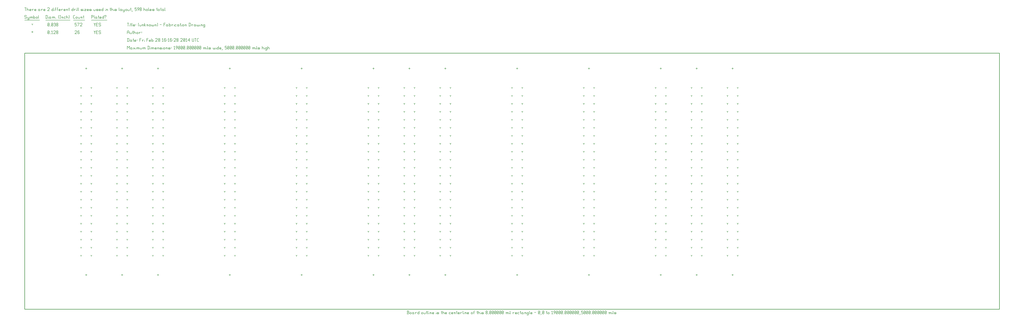
<source format=gbr>
G04 start of page 9 for group -3984 idx -3984 *
G04 Title: (unknown), fab *
G04 Creator: pcb 20110918 *
G04 CreationDate: Fri Feb 28 16:16:28 2014 UTC *
G04 For: fosse *
G04 Format: Gerber/RS-274X *
G04 PCB-Dimensions: 1900000 500000 *
G04 PCB-Coordinate-Origin: lower left *
%MOIN*%
%FSLAX25Y25*%
%LNFAB*%
%ADD30C,0.0100*%
%ADD29C,0.0075*%
%ADD28C,0.0060*%
%ADD27C,0.0080*%
G54D27*X120000Y471600D02*Y468400D01*
X118400Y470000D02*X121600D01*
X120000Y68400D02*Y65200D01*
X118400Y66800D02*X121600D01*
X260000Y471600D02*Y468400D01*
X258400Y470000D02*X261600D01*
X260000Y68400D02*Y65200D01*
X258400Y66800D02*X261600D01*
X400000Y471600D02*Y468400D01*
X398400Y470000D02*X401600D01*
X400000Y68400D02*Y65200D01*
X398400Y66800D02*X401600D01*
X540000Y471600D02*Y468400D01*
X538400Y470000D02*X541600D01*
X540000Y68400D02*Y65200D01*
X538400Y66800D02*X541600D01*
X680000Y471600D02*Y468400D01*
X678400Y470000D02*X681600D01*
X680000Y68400D02*Y65200D01*
X678400Y66800D02*X681600D01*
X820000Y471600D02*Y468400D01*
X818400Y470000D02*X821600D01*
X820000Y68400D02*Y65200D01*
X818400Y66800D02*X821600D01*
X960000Y471600D02*Y468400D01*
X958400Y470000D02*X961600D01*
X960000Y68400D02*Y65200D01*
X958400Y66800D02*X961600D01*
X1100000Y471600D02*Y468400D01*
X1098400Y470000D02*X1101600D01*
X1100000Y68400D02*Y65200D01*
X1098400Y66800D02*X1101600D01*
X1240000Y471600D02*Y468400D01*
X1238400Y470000D02*X1241600D01*
X1240000Y68400D02*Y65200D01*
X1238400Y66800D02*X1241600D01*
X190000Y471600D02*Y468400D01*
X188400Y470000D02*X191600D01*
X190000Y68400D02*Y65200D01*
X188400Y66800D02*X191600D01*
X750000Y471600D02*Y468400D01*
X748400Y470000D02*X751600D01*
X750000Y68400D02*Y65200D01*
X748400Y66800D02*X751600D01*
X1380000Y471600D02*Y468400D01*
X1378400Y470000D02*X1381600D01*
X1380000Y68400D02*Y65200D01*
X1378400Y66800D02*X1381600D01*
X1310000Y471600D02*Y468400D01*
X1308400Y470000D02*X1311600D01*
X1310000Y68400D02*Y65200D01*
X1308400Y66800D02*X1311600D01*
X15000Y542850D02*Y539650D01*
X13400Y541250D02*X16600D01*
G54D28*X135000Y543500D02*X136500Y540500D01*
X138000Y543500D01*
X136500Y540500D02*Y537500D01*
X139800Y540800D02*X142050D01*
X139800Y537500D02*X142800D01*
X139800Y543500D02*Y537500D01*
Y543500D02*X142800D01*
X147600D02*X148350Y542750D01*
X145350Y543500D02*X147600D01*
X144600Y542750D02*X145350Y543500D01*
X144600Y542750D02*Y541250D01*
X145350Y540500D01*
X147600D01*
X148350Y539750D01*
Y538250D01*
X147600Y537500D02*X148350Y538250D01*
X145350Y537500D02*X147600D01*
X144600Y538250D02*X145350Y537500D01*
X98000Y542750D02*X98750Y543500D01*
X101000D01*
X101750Y542750D01*
Y541250D01*
X98000Y537500D02*X101750Y541250D01*
X98000Y537500D02*X101750D01*
X105800Y543500D02*X106550Y542750D01*
X104300Y543500D02*X105800D01*
X103550Y542750D02*X104300Y543500D01*
X103550Y542750D02*Y538250D01*
X104300Y537500D01*
X105800Y540800D02*X106550Y540050D01*
X103550Y540800D02*X105800D01*
X104300Y537500D02*X105800D01*
X106550Y538250D01*
Y540050D02*Y538250D01*
X45000D02*X45750Y537500D01*
X45000Y542750D02*Y538250D01*
Y542750D02*X45750Y543500D01*
X47250D01*
X48000Y542750D01*
Y538250D01*
X47250Y537500D02*X48000Y538250D01*
X45750Y537500D02*X47250D01*
X45000Y539000D02*X48000Y542000D01*
X49800Y537500D02*X50550D01*
X52350Y542300D02*X53550Y543500D01*
Y537500D01*
X52350D02*X54600D01*
X56400Y542750D02*X57150Y543500D01*
X59400D01*
X60150Y542750D01*
Y541250D01*
X56400Y537500D02*X60150Y541250D01*
X56400Y537500D02*X60150D01*
X61950Y538250D02*X62700Y537500D01*
X61950Y539450D02*Y538250D01*
Y539450D02*X63000Y540500D01*
X63900D01*
X64950Y539450D01*
Y538250D01*
X64200Y537500D02*X64950Y538250D01*
X62700Y537500D02*X64200D01*
X61950Y541550D02*X63000Y540500D01*
X61950Y542750D02*Y541550D01*
Y542750D02*X62700Y543500D01*
X64200D01*
X64950Y542750D01*
Y541550D01*
X63900Y540500D02*X64950Y541550D01*
X130000Y432200D02*Y430600D01*
Y432200D02*X131387Y433000D01*
X130000Y432200D02*X128613Y433000D01*
X130000Y416600D02*Y415000D01*
Y416600D02*X131387Y417400D01*
X130000Y416600D02*X128613Y417400D01*
X130000Y401000D02*Y399400D01*
Y401000D02*X131387Y401800D01*
X130000Y401000D02*X128613Y401800D01*
X130000Y385400D02*Y383800D01*
Y385400D02*X131387Y386200D01*
X130000Y385400D02*X128613Y386200D01*
X130000Y369800D02*Y368200D01*
Y369800D02*X131387Y370600D01*
X130000Y369800D02*X128613Y370600D01*
X130000Y354200D02*Y352600D01*
Y354200D02*X131387Y355000D01*
X130000Y354200D02*X128613Y355000D01*
X130000Y338600D02*Y337000D01*
Y338600D02*X131387Y339400D01*
X130000Y338600D02*X128613Y339400D01*
X130000Y323000D02*Y321400D01*
Y323000D02*X131387Y323800D01*
X130000Y323000D02*X128613Y323800D01*
X130000Y307400D02*Y305800D01*
Y307400D02*X131387Y308200D01*
X130000Y307400D02*X128613Y308200D01*
X130000Y291800D02*Y290200D01*
Y291800D02*X131387Y292600D01*
X130000Y291800D02*X128613Y292600D01*
X130000Y276200D02*Y274600D01*
Y276200D02*X131387Y277000D01*
X130000Y276200D02*X128613Y277000D01*
X110000Y432200D02*Y430600D01*
Y432200D02*X111387Y433000D01*
X110000Y432200D02*X108613Y433000D01*
X110000Y416600D02*Y415000D01*
Y416600D02*X111387Y417400D01*
X110000Y416600D02*X108613Y417400D01*
X110000Y401000D02*Y399400D01*
Y401000D02*X111387Y401800D01*
X110000Y401000D02*X108613Y401800D01*
X110000Y385400D02*Y383800D01*
Y385400D02*X111387Y386200D01*
X110000Y385400D02*X108613Y386200D01*
X110000Y369800D02*Y368200D01*
Y369800D02*X111387Y370600D01*
X110000Y369800D02*X108613Y370600D01*
X110000Y354200D02*Y352600D01*
Y354200D02*X111387Y355000D01*
X110000Y354200D02*X108613Y355000D01*
X110000Y338600D02*Y337000D01*
Y338600D02*X111387Y339400D01*
X110000Y338600D02*X108613Y339400D01*
X110000Y323000D02*Y321400D01*
Y323000D02*X111387Y323800D01*
X110000Y323000D02*X108613Y323800D01*
X110000Y307400D02*Y305800D01*
Y307400D02*X111387Y308200D01*
X110000Y307400D02*X108613Y308200D01*
X110000Y291800D02*Y290200D01*
Y291800D02*X111387Y292600D01*
X110000Y291800D02*X108613Y292600D01*
X110000Y276200D02*Y274600D01*
Y276200D02*X111387Y277000D01*
X110000Y276200D02*X108613Y277000D01*
X130000Y260600D02*Y259000D01*
Y260600D02*X131387Y261400D01*
X130000Y260600D02*X128613Y261400D01*
X130000Y245000D02*Y243400D01*
Y245000D02*X131387Y245800D01*
X130000Y245000D02*X128613Y245800D01*
X130000Y229400D02*Y227800D01*
Y229400D02*X131387Y230200D01*
X130000Y229400D02*X128613Y230200D01*
X130000Y213800D02*Y212200D01*
Y213800D02*X131387Y214600D01*
X130000Y213800D02*X128613Y214600D01*
X130000Y198200D02*Y196600D01*
Y198200D02*X131387Y199000D01*
X130000Y198200D02*X128613Y199000D01*
X130000Y182600D02*Y181000D01*
Y182600D02*X131387Y183400D01*
X130000Y182600D02*X128613Y183400D01*
X130000Y167000D02*Y165400D01*
Y167000D02*X131387Y167800D01*
X130000Y167000D02*X128613Y167800D01*
X130000Y151400D02*Y149800D01*
Y151400D02*X131387Y152200D01*
X130000Y151400D02*X128613Y152200D01*
X130000Y135800D02*Y134200D01*
Y135800D02*X131387Y136600D01*
X130000Y135800D02*X128613Y136600D01*
X130000Y120200D02*Y118600D01*
Y120200D02*X131387Y121000D01*
X130000Y120200D02*X128613Y121000D01*
X130000Y104600D02*Y103000D01*
Y104600D02*X131387Y105400D01*
X130000Y104600D02*X128613Y105400D01*
X110000Y260600D02*Y259000D01*
Y260600D02*X111387Y261400D01*
X110000Y260600D02*X108613Y261400D01*
X110000Y245000D02*Y243400D01*
Y245000D02*X111387Y245800D01*
X110000Y245000D02*X108613Y245800D01*
X110000Y229400D02*Y227800D01*
Y229400D02*X111387Y230200D01*
X110000Y229400D02*X108613Y230200D01*
X110000Y213800D02*Y212200D01*
Y213800D02*X111387Y214600D01*
X110000Y213800D02*X108613Y214600D01*
X110000Y198200D02*Y196600D01*
Y198200D02*X111387Y199000D01*
X110000Y198200D02*X108613Y199000D01*
X110000Y182600D02*Y181000D01*
Y182600D02*X111387Y183400D01*
X110000Y182600D02*X108613Y183400D01*
X110000Y167000D02*Y165400D01*
Y167000D02*X111387Y167800D01*
X110000Y167000D02*X108613Y167800D01*
X110000Y151400D02*Y149800D01*
Y151400D02*X111387Y152200D01*
X110000Y151400D02*X108613Y152200D01*
X110000Y135800D02*Y134200D01*
Y135800D02*X111387Y136600D01*
X110000Y135800D02*X108613Y136600D01*
X110000Y120200D02*Y118600D01*
Y120200D02*X111387Y121000D01*
X110000Y120200D02*X108613Y121000D01*
X110000Y104600D02*Y103000D01*
Y104600D02*X111387Y105400D01*
X110000Y104600D02*X108613Y105400D01*
X270000Y432200D02*Y430600D01*
Y432200D02*X271387Y433000D01*
X270000Y432200D02*X268613Y433000D01*
X270000Y416600D02*Y415000D01*
Y416600D02*X271387Y417400D01*
X270000Y416600D02*X268613Y417400D01*
X270000Y401000D02*Y399400D01*
Y401000D02*X271387Y401800D01*
X270000Y401000D02*X268613Y401800D01*
X270000Y385400D02*Y383800D01*
Y385400D02*X271387Y386200D01*
X270000Y385400D02*X268613Y386200D01*
X270000Y369800D02*Y368200D01*
Y369800D02*X271387Y370600D01*
X270000Y369800D02*X268613Y370600D01*
X270000Y354200D02*Y352600D01*
Y354200D02*X271387Y355000D01*
X270000Y354200D02*X268613Y355000D01*
X270000Y338600D02*Y337000D01*
Y338600D02*X271387Y339400D01*
X270000Y338600D02*X268613Y339400D01*
X270000Y323000D02*Y321400D01*
Y323000D02*X271387Y323800D01*
X270000Y323000D02*X268613Y323800D01*
X270000Y307400D02*Y305800D01*
Y307400D02*X271387Y308200D01*
X270000Y307400D02*X268613Y308200D01*
X270000Y291800D02*Y290200D01*
Y291800D02*X271387Y292600D01*
X270000Y291800D02*X268613Y292600D01*
X270000Y276200D02*Y274600D01*
Y276200D02*X271387Y277000D01*
X270000Y276200D02*X268613Y277000D01*
X250000Y432200D02*Y430600D01*
Y432200D02*X251387Y433000D01*
X250000Y432200D02*X248613Y433000D01*
X250000Y416600D02*Y415000D01*
Y416600D02*X251387Y417400D01*
X250000Y416600D02*X248613Y417400D01*
X250000Y401000D02*Y399400D01*
Y401000D02*X251387Y401800D01*
X250000Y401000D02*X248613Y401800D01*
X250000Y385400D02*Y383800D01*
Y385400D02*X251387Y386200D01*
X250000Y385400D02*X248613Y386200D01*
X250000Y369800D02*Y368200D01*
Y369800D02*X251387Y370600D01*
X250000Y369800D02*X248613Y370600D01*
X250000Y354200D02*Y352600D01*
Y354200D02*X251387Y355000D01*
X250000Y354200D02*X248613Y355000D01*
X250000Y338600D02*Y337000D01*
Y338600D02*X251387Y339400D01*
X250000Y338600D02*X248613Y339400D01*
X250000Y323000D02*Y321400D01*
Y323000D02*X251387Y323800D01*
X250000Y323000D02*X248613Y323800D01*
X250000Y307400D02*Y305800D01*
Y307400D02*X251387Y308200D01*
X250000Y307400D02*X248613Y308200D01*
X250000Y291800D02*Y290200D01*
Y291800D02*X251387Y292600D01*
X250000Y291800D02*X248613Y292600D01*
X250000Y276200D02*Y274600D01*
Y276200D02*X251387Y277000D01*
X250000Y276200D02*X248613Y277000D01*
X270000Y260600D02*Y259000D01*
Y260600D02*X271387Y261400D01*
X270000Y260600D02*X268613Y261400D01*
X270000Y245000D02*Y243400D01*
Y245000D02*X271387Y245800D01*
X270000Y245000D02*X268613Y245800D01*
X270000Y229400D02*Y227800D01*
Y229400D02*X271387Y230200D01*
X270000Y229400D02*X268613Y230200D01*
X270000Y213800D02*Y212200D01*
Y213800D02*X271387Y214600D01*
X270000Y213800D02*X268613Y214600D01*
X270000Y198200D02*Y196600D01*
Y198200D02*X271387Y199000D01*
X270000Y198200D02*X268613Y199000D01*
X270000Y182600D02*Y181000D01*
Y182600D02*X271387Y183400D01*
X270000Y182600D02*X268613Y183400D01*
X270000Y167000D02*Y165400D01*
Y167000D02*X271387Y167800D01*
X270000Y167000D02*X268613Y167800D01*
X270000Y151400D02*Y149800D01*
Y151400D02*X271387Y152200D01*
X270000Y151400D02*X268613Y152200D01*
X270000Y135800D02*Y134200D01*
Y135800D02*X271387Y136600D01*
X270000Y135800D02*X268613Y136600D01*
X270000Y120200D02*Y118600D01*
Y120200D02*X271387Y121000D01*
X270000Y120200D02*X268613Y121000D01*
X270000Y104600D02*Y103000D01*
Y104600D02*X271387Y105400D01*
X270000Y104600D02*X268613Y105400D01*
X250000Y260600D02*Y259000D01*
Y260600D02*X251387Y261400D01*
X250000Y260600D02*X248613Y261400D01*
X250000Y245000D02*Y243400D01*
Y245000D02*X251387Y245800D01*
X250000Y245000D02*X248613Y245800D01*
X250000Y229400D02*Y227800D01*
Y229400D02*X251387Y230200D01*
X250000Y229400D02*X248613Y230200D01*
X250000Y213800D02*Y212200D01*
Y213800D02*X251387Y214600D01*
X250000Y213800D02*X248613Y214600D01*
X250000Y198200D02*Y196600D01*
Y198200D02*X251387Y199000D01*
X250000Y198200D02*X248613Y199000D01*
X250000Y182600D02*Y181000D01*
Y182600D02*X251387Y183400D01*
X250000Y182600D02*X248613Y183400D01*
X250000Y167000D02*Y165400D01*
Y167000D02*X251387Y167800D01*
X250000Y167000D02*X248613Y167800D01*
X250000Y151400D02*Y149800D01*
Y151400D02*X251387Y152200D01*
X250000Y151400D02*X248613Y152200D01*
X250000Y135800D02*Y134200D01*
Y135800D02*X251387Y136600D01*
X250000Y135800D02*X248613Y136600D01*
X250000Y120200D02*Y118600D01*
Y120200D02*X251387Y121000D01*
X250000Y120200D02*X248613Y121000D01*
X250000Y104600D02*Y103000D01*
Y104600D02*X251387Y105400D01*
X250000Y104600D02*X248613Y105400D01*
X410000Y432200D02*Y430600D01*
Y432200D02*X411387Y433000D01*
X410000Y432200D02*X408613Y433000D01*
X410000Y416600D02*Y415000D01*
Y416600D02*X411387Y417400D01*
X410000Y416600D02*X408613Y417400D01*
X410000Y401000D02*Y399400D01*
Y401000D02*X411387Y401800D01*
X410000Y401000D02*X408613Y401800D01*
X410000Y385400D02*Y383800D01*
Y385400D02*X411387Y386200D01*
X410000Y385400D02*X408613Y386200D01*
X410000Y369800D02*Y368200D01*
Y369800D02*X411387Y370600D01*
X410000Y369800D02*X408613Y370600D01*
X410000Y354200D02*Y352600D01*
Y354200D02*X411387Y355000D01*
X410000Y354200D02*X408613Y355000D01*
X410000Y338600D02*Y337000D01*
Y338600D02*X411387Y339400D01*
X410000Y338600D02*X408613Y339400D01*
X410000Y323000D02*Y321400D01*
Y323000D02*X411387Y323800D01*
X410000Y323000D02*X408613Y323800D01*
X410000Y307400D02*Y305800D01*
Y307400D02*X411387Y308200D01*
X410000Y307400D02*X408613Y308200D01*
X410000Y291800D02*Y290200D01*
Y291800D02*X411387Y292600D01*
X410000Y291800D02*X408613Y292600D01*
X410000Y276200D02*Y274600D01*
Y276200D02*X411387Y277000D01*
X410000Y276200D02*X408613Y277000D01*
X390000Y432200D02*Y430600D01*
Y432200D02*X391387Y433000D01*
X390000Y432200D02*X388613Y433000D01*
X390000Y416600D02*Y415000D01*
Y416600D02*X391387Y417400D01*
X390000Y416600D02*X388613Y417400D01*
X390000Y401000D02*Y399400D01*
Y401000D02*X391387Y401800D01*
X390000Y401000D02*X388613Y401800D01*
X390000Y385400D02*Y383800D01*
Y385400D02*X391387Y386200D01*
X390000Y385400D02*X388613Y386200D01*
X390000Y369800D02*Y368200D01*
Y369800D02*X391387Y370600D01*
X390000Y369800D02*X388613Y370600D01*
X390000Y354200D02*Y352600D01*
Y354200D02*X391387Y355000D01*
X390000Y354200D02*X388613Y355000D01*
X390000Y338600D02*Y337000D01*
Y338600D02*X391387Y339400D01*
X390000Y338600D02*X388613Y339400D01*
X390000Y323000D02*Y321400D01*
Y323000D02*X391387Y323800D01*
X390000Y323000D02*X388613Y323800D01*
X390000Y307400D02*Y305800D01*
Y307400D02*X391387Y308200D01*
X390000Y307400D02*X388613Y308200D01*
X390000Y291800D02*Y290200D01*
Y291800D02*X391387Y292600D01*
X390000Y291800D02*X388613Y292600D01*
X390000Y276200D02*Y274600D01*
Y276200D02*X391387Y277000D01*
X390000Y276200D02*X388613Y277000D01*
X410000Y260600D02*Y259000D01*
Y260600D02*X411387Y261400D01*
X410000Y260600D02*X408613Y261400D01*
X410000Y245000D02*Y243400D01*
Y245000D02*X411387Y245800D01*
X410000Y245000D02*X408613Y245800D01*
X410000Y229400D02*Y227800D01*
Y229400D02*X411387Y230200D01*
X410000Y229400D02*X408613Y230200D01*
X410000Y213800D02*Y212200D01*
Y213800D02*X411387Y214600D01*
X410000Y213800D02*X408613Y214600D01*
X410000Y198200D02*Y196600D01*
Y198200D02*X411387Y199000D01*
X410000Y198200D02*X408613Y199000D01*
X410000Y182600D02*Y181000D01*
Y182600D02*X411387Y183400D01*
X410000Y182600D02*X408613Y183400D01*
X410000Y167000D02*Y165400D01*
Y167000D02*X411387Y167800D01*
X410000Y167000D02*X408613Y167800D01*
X410000Y151400D02*Y149800D01*
Y151400D02*X411387Y152200D01*
X410000Y151400D02*X408613Y152200D01*
X410000Y135800D02*Y134200D01*
Y135800D02*X411387Y136600D01*
X410000Y135800D02*X408613Y136600D01*
X410000Y120200D02*Y118600D01*
Y120200D02*X411387Y121000D01*
X410000Y120200D02*X408613Y121000D01*
X410000Y104600D02*Y103000D01*
Y104600D02*X411387Y105400D01*
X410000Y104600D02*X408613Y105400D01*
X390000Y260600D02*Y259000D01*
Y260600D02*X391387Y261400D01*
X390000Y260600D02*X388613Y261400D01*
X390000Y245000D02*Y243400D01*
Y245000D02*X391387Y245800D01*
X390000Y245000D02*X388613Y245800D01*
X390000Y229400D02*Y227800D01*
Y229400D02*X391387Y230200D01*
X390000Y229400D02*X388613Y230200D01*
X390000Y213800D02*Y212200D01*
Y213800D02*X391387Y214600D01*
X390000Y213800D02*X388613Y214600D01*
X390000Y198200D02*Y196600D01*
Y198200D02*X391387Y199000D01*
X390000Y198200D02*X388613Y199000D01*
X390000Y182600D02*Y181000D01*
Y182600D02*X391387Y183400D01*
X390000Y182600D02*X388613Y183400D01*
X390000Y167000D02*Y165400D01*
Y167000D02*X391387Y167800D01*
X390000Y167000D02*X388613Y167800D01*
X390000Y151400D02*Y149800D01*
Y151400D02*X391387Y152200D01*
X390000Y151400D02*X388613Y152200D01*
X390000Y135800D02*Y134200D01*
Y135800D02*X391387Y136600D01*
X390000Y135800D02*X388613Y136600D01*
X390000Y120200D02*Y118600D01*
Y120200D02*X391387Y121000D01*
X390000Y120200D02*X388613Y121000D01*
X390000Y104600D02*Y103000D01*
Y104600D02*X391387Y105400D01*
X390000Y104600D02*X388613Y105400D01*
X550000Y432200D02*Y430600D01*
Y432200D02*X551387Y433000D01*
X550000Y432200D02*X548613Y433000D01*
X550000Y416600D02*Y415000D01*
Y416600D02*X551387Y417400D01*
X550000Y416600D02*X548613Y417400D01*
X550000Y401000D02*Y399400D01*
Y401000D02*X551387Y401800D01*
X550000Y401000D02*X548613Y401800D01*
X550000Y385400D02*Y383800D01*
Y385400D02*X551387Y386200D01*
X550000Y385400D02*X548613Y386200D01*
X550000Y369800D02*Y368200D01*
Y369800D02*X551387Y370600D01*
X550000Y369800D02*X548613Y370600D01*
X550000Y354200D02*Y352600D01*
Y354200D02*X551387Y355000D01*
X550000Y354200D02*X548613Y355000D01*
X550000Y338600D02*Y337000D01*
Y338600D02*X551387Y339400D01*
X550000Y338600D02*X548613Y339400D01*
X550000Y323000D02*Y321400D01*
Y323000D02*X551387Y323800D01*
X550000Y323000D02*X548613Y323800D01*
X550000Y307400D02*Y305800D01*
Y307400D02*X551387Y308200D01*
X550000Y307400D02*X548613Y308200D01*
X550000Y291800D02*Y290200D01*
Y291800D02*X551387Y292600D01*
X550000Y291800D02*X548613Y292600D01*
X550000Y276200D02*Y274600D01*
Y276200D02*X551387Y277000D01*
X550000Y276200D02*X548613Y277000D01*
X530000Y432200D02*Y430600D01*
Y432200D02*X531387Y433000D01*
X530000Y432200D02*X528613Y433000D01*
X530000Y416600D02*Y415000D01*
Y416600D02*X531387Y417400D01*
X530000Y416600D02*X528613Y417400D01*
X530000Y401000D02*Y399400D01*
Y401000D02*X531387Y401800D01*
X530000Y401000D02*X528613Y401800D01*
X530000Y385400D02*Y383800D01*
Y385400D02*X531387Y386200D01*
X530000Y385400D02*X528613Y386200D01*
X530000Y369800D02*Y368200D01*
Y369800D02*X531387Y370600D01*
X530000Y369800D02*X528613Y370600D01*
X530000Y354200D02*Y352600D01*
Y354200D02*X531387Y355000D01*
X530000Y354200D02*X528613Y355000D01*
X530000Y338600D02*Y337000D01*
Y338600D02*X531387Y339400D01*
X530000Y338600D02*X528613Y339400D01*
X530000Y323000D02*Y321400D01*
Y323000D02*X531387Y323800D01*
X530000Y323000D02*X528613Y323800D01*
X530000Y307400D02*Y305800D01*
Y307400D02*X531387Y308200D01*
X530000Y307400D02*X528613Y308200D01*
X530000Y291800D02*Y290200D01*
Y291800D02*X531387Y292600D01*
X530000Y291800D02*X528613Y292600D01*
X530000Y276200D02*Y274600D01*
Y276200D02*X531387Y277000D01*
X530000Y276200D02*X528613Y277000D01*
X550000Y260600D02*Y259000D01*
Y260600D02*X551387Y261400D01*
X550000Y260600D02*X548613Y261400D01*
X550000Y245000D02*Y243400D01*
Y245000D02*X551387Y245800D01*
X550000Y245000D02*X548613Y245800D01*
X550000Y229400D02*Y227800D01*
Y229400D02*X551387Y230200D01*
X550000Y229400D02*X548613Y230200D01*
X550000Y213800D02*Y212200D01*
Y213800D02*X551387Y214600D01*
X550000Y213800D02*X548613Y214600D01*
X550000Y198200D02*Y196600D01*
Y198200D02*X551387Y199000D01*
X550000Y198200D02*X548613Y199000D01*
X550000Y182600D02*Y181000D01*
Y182600D02*X551387Y183400D01*
X550000Y182600D02*X548613Y183400D01*
X550000Y167000D02*Y165400D01*
Y167000D02*X551387Y167800D01*
X550000Y167000D02*X548613Y167800D01*
X550000Y151400D02*Y149800D01*
Y151400D02*X551387Y152200D01*
X550000Y151400D02*X548613Y152200D01*
X550000Y135800D02*Y134200D01*
Y135800D02*X551387Y136600D01*
X550000Y135800D02*X548613Y136600D01*
X550000Y120200D02*Y118600D01*
Y120200D02*X551387Y121000D01*
X550000Y120200D02*X548613Y121000D01*
X550000Y104600D02*Y103000D01*
Y104600D02*X551387Y105400D01*
X550000Y104600D02*X548613Y105400D01*
X530000Y260600D02*Y259000D01*
Y260600D02*X531387Y261400D01*
X530000Y260600D02*X528613Y261400D01*
X530000Y245000D02*Y243400D01*
Y245000D02*X531387Y245800D01*
X530000Y245000D02*X528613Y245800D01*
X530000Y229400D02*Y227800D01*
Y229400D02*X531387Y230200D01*
X530000Y229400D02*X528613Y230200D01*
X530000Y213800D02*Y212200D01*
Y213800D02*X531387Y214600D01*
X530000Y213800D02*X528613Y214600D01*
X530000Y198200D02*Y196600D01*
Y198200D02*X531387Y199000D01*
X530000Y198200D02*X528613Y199000D01*
X530000Y182600D02*Y181000D01*
Y182600D02*X531387Y183400D01*
X530000Y182600D02*X528613Y183400D01*
X530000Y167000D02*Y165400D01*
Y167000D02*X531387Y167800D01*
X530000Y167000D02*X528613Y167800D01*
X530000Y151400D02*Y149800D01*
Y151400D02*X531387Y152200D01*
X530000Y151400D02*X528613Y152200D01*
X530000Y135800D02*Y134200D01*
Y135800D02*X531387Y136600D01*
X530000Y135800D02*X528613Y136600D01*
X530000Y120200D02*Y118600D01*
Y120200D02*X531387Y121000D01*
X530000Y120200D02*X528613Y121000D01*
X530000Y104600D02*Y103000D01*
Y104600D02*X531387Y105400D01*
X530000Y104600D02*X528613Y105400D01*
X690000Y432200D02*Y430600D01*
Y432200D02*X691387Y433000D01*
X690000Y432200D02*X688613Y433000D01*
X690000Y416600D02*Y415000D01*
Y416600D02*X691387Y417400D01*
X690000Y416600D02*X688613Y417400D01*
X690000Y401000D02*Y399400D01*
Y401000D02*X691387Y401800D01*
X690000Y401000D02*X688613Y401800D01*
X690000Y385400D02*Y383800D01*
Y385400D02*X691387Y386200D01*
X690000Y385400D02*X688613Y386200D01*
X690000Y369800D02*Y368200D01*
Y369800D02*X691387Y370600D01*
X690000Y369800D02*X688613Y370600D01*
X690000Y354200D02*Y352600D01*
Y354200D02*X691387Y355000D01*
X690000Y354200D02*X688613Y355000D01*
X690000Y338600D02*Y337000D01*
Y338600D02*X691387Y339400D01*
X690000Y338600D02*X688613Y339400D01*
X690000Y323000D02*Y321400D01*
Y323000D02*X691387Y323800D01*
X690000Y323000D02*X688613Y323800D01*
X690000Y307400D02*Y305800D01*
Y307400D02*X691387Y308200D01*
X690000Y307400D02*X688613Y308200D01*
X690000Y291800D02*Y290200D01*
Y291800D02*X691387Y292600D01*
X690000Y291800D02*X688613Y292600D01*
X690000Y276200D02*Y274600D01*
Y276200D02*X691387Y277000D01*
X690000Y276200D02*X688613Y277000D01*
X670000Y432200D02*Y430600D01*
Y432200D02*X671387Y433000D01*
X670000Y432200D02*X668613Y433000D01*
X670000Y416600D02*Y415000D01*
Y416600D02*X671387Y417400D01*
X670000Y416600D02*X668613Y417400D01*
X670000Y401000D02*Y399400D01*
Y401000D02*X671387Y401800D01*
X670000Y401000D02*X668613Y401800D01*
X670000Y385400D02*Y383800D01*
Y385400D02*X671387Y386200D01*
X670000Y385400D02*X668613Y386200D01*
X670000Y369800D02*Y368200D01*
Y369800D02*X671387Y370600D01*
X670000Y369800D02*X668613Y370600D01*
X670000Y354200D02*Y352600D01*
Y354200D02*X671387Y355000D01*
X670000Y354200D02*X668613Y355000D01*
X670000Y338600D02*Y337000D01*
Y338600D02*X671387Y339400D01*
X670000Y338600D02*X668613Y339400D01*
X670000Y323000D02*Y321400D01*
Y323000D02*X671387Y323800D01*
X670000Y323000D02*X668613Y323800D01*
X670000Y307400D02*Y305800D01*
Y307400D02*X671387Y308200D01*
X670000Y307400D02*X668613Y308200D01*
X670000Y291800D02*Y290200D01*
Y291800D02*X671387Y292600D01*
X670000Y291800D02*X668613Y292600D01*
X670000Y276200D02*Y274600D01*
Y276200D02*X671387Y277000D01*
X670000Y276200D02*X668613Y277000D01*
X690000Y260600D02*Y259000D01*
Y260600D02*X691387Y261400D01*
X690000Y260600D02*X688613Y261400D01*
X690000Y245000D02*Y243400D01*
Y245000D02*X691387Y245800D01*
X690000Y245000D02*X688613Y245800D01*
X690000Y229400D02*Y227800D01*
Y229400D02*X691387Y230200D01*
X690000Y229400D02*X688613Y230200D01*
X690000Y213800D02*Y212200D01*
Y213800D02*X691387Y214600D01*
X690000Y213800D02*X688613Y214600D01*
X690000Y198200D02*Y196600D01*
Y198200D02*X691387Y199000D01*
X690000Y198200D02*X688613Y199000D01*
X690000Y182600D02*Y181000D01*
Y182600D02*X691387Y183400D01*
X690000Y182600D02*X688613Y183400D01*
X690000Y167000D02*Y165400D01*
Y167000D02*X691387Y167800D01*
X690000Y167000D02*X688613Y167800D01*
X690000Y151400D02*Y149800D01*
Y151400D02*X691387Y152200D01*
X690000Y151400D02*X688613Y152200D01*
X690000Y135800D02*Y134200D01*
Y135800D02*X691387Y136600D01*
X690000Y135800D02*X688613Y136600D01*
X690000Y120200D02*Y118600D01*
Y120200D02*X691387Y121000D01*
X690000Y120200D02*X688613Y121000D01*
X690000Y104600D02*Y103000D01*
Y104600D02*X691387Y105400D01*
X690000Y104600D02*X688613Y105400D01*
X670000Y260600D02*Y259000D01*
Y260600D02*X671387Y261400D01*
X670000Y260600D02*X668613Y261400D01*
X670000Y245000D02*Y243400D01*
Y245000D02*X671387Y245800D01*
X670000Y245000D02*X668613Y245800D01*
X670000Y229400D02*Y227800D01*
Y229400D02*X671387Y230200D01*
X670000Y229400D02*X668613Y230200D01*
X670000Y213800D02*Y212200D01*
Y213800D02*X671387Y214600D01*
X670000Y213800D02*X668613Y214600D01*
X670000Y198200D02*Y196600D01*
Y198200D02*X671387Y199000D01*
X670000Y198200D02*X668613Y199000D01*
X670000Y182600D02*Y181000D01*
Y182600D02*X671387Y183400D01*
X670000Y182600D02*X668613Y183400D01*
X670000Y167000D02*Y165400D01*
Y167000D02*X671387Y167800D01*
X670000Y167000D02*X668613Y167800D01*
X670000Y151400D02*Y149800D01*
Y151400D02*X671387Y152200D01*
X670000Y151400D02*X668613Y152200D01*
X670000Y135800D02*Y134200D01*
Y135800D02*X671387Y136600D01*
X670000Y135800D02*X668613Y136600D01*
X670000Y120200D02*Y118600D01*
Y120200D02*X671387Y121000D01*
X670000Y120200D02*X668613Y121000D01*
X670000Y104600D02*Y103000D01*
Y104600D02*X671387Y105400D01*
X670000Y104600D02*X668613Y105400D01*
X830000Y432200D02*Y430600D01*
Y432200D02*X831387Y433000D01*
X830000Y432200D02*X828613Y433000D01*
X830000Y416600D02*Y415000D01*
Y416600D02*X831387Y417400D01*
X830000Y416600D02*X828613Y417400D01*
X830000Y401000D02*Y399400D01*
Y401000D02*X831387Y401800D01*
X830000Y401000D02*X828613Y401800D01*
X830000Y385400D02*Y383800D01*
Y385400D02*X831387Y386200D01*
X830000Y385400D02*X828613Y386200D01*
X830000Y369800D02*Y368200D01*
Y369800D02*X831387Y370600D01*
X830000Y369800D02*X828613Y370600D01*
X830000Y354200D02*Y352600D01*
Y354200D02*X831387Y355000D01*
X830000Y354200D02*X828613Y355000D01*
X830000Y338600D02*Y337000D01*
Y338600D02*X831387Y339400D01*
X830000Y338600D02*X828613Y339400D01*
X830000Y323000D02*Y321400D01*
Y323000D02*X831387Y323800D01*
X830000Y323000D02*X828613Y323800D01*
X830000Y307400D02*Y305800D01*
Y307400D02*X831387Y308200D01*
X830000Y307400D02*X828613Y308200D01*
X830000Y291800D02*Y290200D01*
Y291800D02*X831387Y292600D01*
X830000Y291800D02*X828613Y292600D01*
X830000Y276200D02*Y274600D01*
Y276200D02*X831387Y277000D01*
X830000Y276200D02*X828613Y277000D01*
X810000Y432200D02*Y430600D01*
Y432200D02*X811387Y433000D01*
X810000Y432200D02*X808613Y433000D01*
X810000Y416600D02*Y415000D01*
Y416600D02*X811387Y417400D01*
X810000Y416600D02*X808613Y417400D01*
X810000Y401000D02*Y399400D01*
Y401000D02*X811387Y401800D01*
X810000Y401000D02*X808613Y401800D01*
X810000Y385400D02*Y383800D01*
Y385400D02*X811387Y386200D01*
X810000Y385400D02*X808613Y386200D01*
X810000Y369800D02*Y368200D01*
Y369800D02*X811387Y370600D01*
X810000Y369800D02*X808613Y370600D01*
X810000Y354200D02*Y352600D01*
Y354200D02*X811387Y355000D01*
X810000Y354200D02*X808613Y355000D01*
X810000Y338600D02*Y337000D01*
Y338600D02*X811387Y339400D01*
X810000Y338600D02*X808613Y339400D01*
X810000Y323000D02*Y321400D01*
Y323000D02*X811387Y323800D01*
X810000Y323000D02*X808613Y323800D01*
X810000Y307400D02*Y305800D01*
Y307400D02*X811387Y308200D01*
X810000Y307400D02*X808613Y308200D01*
X810000Y291800D02*Y290200D01*
Y291800D02*X811387Y292600D01*
X810000Y291800D02*X808613Y292600D01*
X810000Y276200D02*Y274600D01*
Y276200D02*X811387Y277000D01*
X810000Y276200D02*X808613Y277000D01*
X830000Y260600D02*Y259000D01*
Y260600D02*X831387Y261400D01*
X830000Y260600D02*X828613Y261400D01*
X830000Y245000D02*Y243400D01*
Y245000D02*X831387Y245800D01*
X830000Y245000D02*X828613Y245800D01*
X830000Y229400D02*Y227800D01*
Y229400D02*X831387Y230200D01*
X830000Y229400D02*X828613Y230200D01*
X830000Y213800D02*Y212200D01*
Y213800D02*X831387Y214600D01*
X830000Y213800D02*X828613Y214600D01*
X830000Y198200D02*Y196600D01*
Y198200D02*X831387Y199000D01*
X830000Y198200D02*X828613Y199000D01*
X830000Y182600D02*Y181000D01*
Y182600D02*X831387Y183400D01*
X830000Y182600D02*X828613Y183400D01*
X830000Y167000D02*Y165400D01*
Y167000D02*X831387Y167800D01*
X830000Y167000D02*X828613Y167800D01*
X830000Y151400D02*Y149800D01*
Y151400D02*X831387Y152200D01*
X830000Y151400D02*X828613Y152200D01*
X830000Y135800D02*Y134200D01*
Y135800D02*X831387Y136600D01*
X830000Y135800D02*X828613Y136600D01*
X830000Y120200D02*Y118600D01*
Y120200D02*X831387Y121000D01*
X830000Y120200D02*X828613Y121000D01*
X830000Y104600D02*Y103000D01*
Y104600D02*X831387Y105400D01*
X830000Y104600D02*X828613Y105400D01*
X810000Y260600D02*Y259000D01*
Y260600D02*X811387Y261400D01*
X810000Y260600D02*X808613Y261400D01*
X810000Y245000D02*Y243400D01*
Y245000D02*X811387Y245800D01*
X810000Y245000D02*X808613Y245800D01*
X810000Y229400D02*Y227800D01*
Y229400D02*X811387Y230200D01*
X810000Y229400D02*X808613Y230200D01*
X810000Y213800D02*Y212200D01*
Y213800D02*X811387Y214600D01*
X810000Y213800D02*X808613Y214600D01*
X810000Y198200D02*Y196600D01*
Y198200D02*X811387Y199000D01*
X810000Y198200D02*X808613Y199000D01*
X810000Y182600D02*Y181000D01*
Y182600D02*X811387Y183400D01*
X810000Y182600D02*X808613Y183400D01*
X810000Y167000D02*Y165400D01*
Y167000D02*X811387Y167800D01*
X810000Y167000D02*X808613Y167800D01*
X810000Y151400D02*Y149800D01*
Y151400D02*X811387Y152200D01*
X810000Y151400D02*X808613Y152200D01*
X810000Y135800D02*Y134200D01*
Y135800D02*X811387Y136600D01*
X810000Y135800D02*X808613Y136600D01*
X810000Y120200D02*Y118600D01*
Y120200D02*X811387Y121000D01*
X810000Y120200D02*X808613Y121000D01*
X810000Y104600D02*Y103000D01*
Y104600D02*X811387Y105400D01*
X810000Y104600D02*X808613Y105400D01*
X970000Y432200D02*Y430600D01*
Y432200D02*X971387Y433000D01*
X970000Y432200D02*X968613Y433000D01*
X970000Y416600D02*Y415000D01*
Y416600D02*X971387Y417400D01*
X970000Y416600D02*X968613Y417400D01*
X970000Y401000D02*Y399400D01*
Y401000D02*X971387Y401800D01*
X970000Y401000D02*X968613Y401800D01*
X970000Y385400D02*Y383800D01*
Y385400D02*X971387Y386200D01*
X970000Y385400D02*X968613Y386200D01*
X970000Y369800D02*Y368200D01*
Y369800D02*X971387Y370600D01*
X970000Y369800D02*X968613Y370600D01*
X970000Y354200D02*Y352600D01*
Y354200D02*X971387Y355000D01*
X970000Y354200D02*X968613Y355000D01*
X970000Y338600D02*Y337000D01*
Y338600D02*X971387Y339400D01*
X970000Y338600D02*X968613Y339400D01*
X970000Y323000D02*Y321400D01*
Y323000D02*X971387Y323800D01*
X970000Y323000D02*X968613Y323800D01*
X970000Y307400D02*Y305800D01*
Y307400D02*X971387Y308200D01*
X970000Y307400D02*X968613Y308200D01*
X970000Y291800D02*Y290200D01*
Y291800D02*X971387Y292600D01*
X970000Y291800D02*X968613Y292600D01*
X970000Y276200D02*Y274600D01*
Y276200D02*X971387Y277000D01*
X970000Y276200D02*X968613Y277000D01*
X950000Y432200D02*Y430600D01*
Y432200D02*X951387Y433000D01*
X950000Y432200D02*X948613Y433000D01*
X950000Y416600D02*Y415000D01*
Y416600D02*X951387Y417400D01*
X950000Y416600D02*X948613Y417400D01*
X950000Y401000D02*Y399400D01*
Y401000D02*X951387Y401800D01*
X950000Y401000D02*X948613Y401800D01*
X950000Y385400D02*Y383800D01*
Y385400D02*X951387Y386200D01*
X950000Y385400D02*X948613Y386200D01*
X950000Y369800D02*Y368200D01*
Y369800D02*X951387Y370600D01*
X950000Y369800D02*X948613Y370600D01*
X950000Y354200D02*Y352600D01*
Y354200D02*X951387Y355000D01*
X950000Y354200D02*X948613Y355000D01*
X950000Y338600D02*Y337000D01*
Y338600D02*X951387Y339400D01*
X950000Y338600D02*X948613Y339400D01*
X950000Y323000D02*Y321400D01*
Y323000D02*X951387Y323800D01*
X950000Y323000D02*X948613Y323800D01*
X950000Y307400D02*Y305800D01*
Y307400D02*X951387Y308200D01*
X950000Y307400D02*X948613Y308200D01*
X950000Y291800D02*Y290200D01*
Y291800D02*X951387Y292600D01*
X950000Y291800D02*X948613Y292600D01*
X950000Y276200D02*Y274600D01*
Y276200D02*X951387Y277000D01*
X950000Y276200D02*X948613Y277000D01*
X970000Y260600D02*Y259000D01*
Y260600D02*X971387Y261400D01*
X970000Y260600D02*X968613Y261400D01*
X970000Y245000D02*Y243400D01*
Y245000D02*X971387Y245800D01*
X970000Y245000D02*X968613Y245800D01*
X970000Y229400D02*Y227800D01*
Y229400D02*X971387Y230200D01*
X970000Y229400D02*X968613Y230200D01*
X970000Y213800D02*Y212200D01*
Y213800D02*X971387Y214600D01*
X970000Y213800D02*X968613Y214600D01*
X970000Y198200D02*Y196600D01*
Y198200D02*X971387Y199000D01*
X970000Y198200D02*X968613Y199000D01*
X970000Y182600D02*Y181000D01*
Y182600D02*X971387Y183400D01*
X970000Y182600D02*X968613Y183400D01*
X970000Y167000D02*Y165400D01*
Y167000D02*X971387Y167800D01*
X970000Y167000D02*X968613Y167800D01*
X970000Y151400D02*Y149800D01*
Y151400D02*X971387Y152200D01*
X970000Y151400D02*X968613Y152200D01*
X970000Y135800D02*Y134200D01*
Y135800D02*X971387Y136600D01*
X970000Y135800D02*X968613Y136600D01*
X970000Y120200D02*Y118600D01*
Y120200D02*X971387Y121000D01*
X970000Y120200D02*X968613Y121000D01*
X970000Y104600D02*Y103000D01*
Y104600D02*X971387Y105400D01*
X970000Y104600D02*X968613Y105400D01*
X950000Y260600D02*Y259000D01*
Y260600D02*X951387Y261400D01*
X950000Y260600D02*X948613Y261400D01*
X950000Y245000D02*Y243400D01*
Y245000D02*X951387Y245800D01*
X950000Y245000D02*X948613Y245800D01*
X950000Y229400D02*Y227800D01*
Y229400D02*X951387Y230200D01*
X950000Y229400D02*X948613Y230200D01*
X950000Y213800D02*Y212200D01*
Y213800D02*X951387Y214600D01*
X950000Y213800D02*X948613Y214600D01*
X950000Y198200D02*Y196600D01*
Y198200D02*X951387Y199000D01*
X950000Y198200D02*X948613Y199000D01*
X950000Y182600D02*Y181000D01*
Y182600D02*X951387Y183400D01*
X950000Y182600D02*X948613Y183400D01*
X950000Y167000D02*Y165400D01*
Y167000D02*X951387Y167800D01*
X950000Y167000D02*X948613Y167800D01*
X950000Y151400D02*Y149800D01*
Y151400D02*X951387Y152200D01*
X950000Y151400D02*X948613Y152200D01*
X950000Y135800D02*Y134200D01*
Y135800D02*X951387Y136600D01*
X950000Y135800D02*X948613Y136600D01*
X950000Y120200D02*Y118600D01*
Y120200D02*X951387Y121000D01*
X950000Y120200D02*X948613Y121000D01*
X950000Y104600D02*Y103000D01*
Y104600D02*X951387Y105400D01*
X950000Y104600D02*X948613Y105400D01*
X1110000Y432200D02*Y430600D01*
Y432200D02*X1111387Y433000D01*
X1110000Y432200D02*X1108613Y433000D01*
X1110000Y416600D02*Y415000D01*
Y416600D02*X1111387Y417400D01*
X1110000Y416600D02*X1108613Y417400D01*
X1110000Y401000D02*Y399400D01*
Y401000D02*X1111387Y401800D01*
X1110000Y401000D02*X1108613Y401800D01*
X1110000Y385400D02*Y383800D01*
Y385400D02*X1111387Y386200D01*
X1110000Y385400D02*X1108613Y386200D01*
X1110000Y369800D02*Y368200D01*
Y369800D02*X1111387Y370600D01*
X1110000Y369800D02*X1108613Y370600D01*
X1110000Y354200D02*Y352600D01*
Y354200D02*X1111387Y355000D01*
X1110000Y354200D02*X1108613Y355000D01*
X1110000Y338600D02*Y337000D01*
Y338600D02*X1111387Y339400D01*
X1110000Y338600D02*X1108613Y339400D01*
X1110000Y323000D02*Y321400D01*
Y323000D02*X1111387Y323800D01*
X1110000Y323000D02*X1108613Y323800D01*
X1110000Y307400D02*Y305800D01*
Y307400D02*X1111387Y308200D01*
X1110000Y307400D02*X1108613Y308200D01*
X1110000Y291800D02*Y290200D01*
Y291800D02*X1111387Y292600D01*
X1110000Y291800D02*X1108613Y292600D01*
X1110000Y276200D02*Y274600D01*
Y276200D02*X1111387Y277000D01*
X1110000Y276200D02*X1108613Y277000D01*
X1090000Y432200D02*Y430600D01*
Y432200D02*X1091387Y433000D01*
X1090000Y432200D02*X1088613Y433000D01*
X1090000Y416600D02*Y415000D01*
Y416600D02*X1091387Y417400D01*
X1090000Y416600D02*X1088613Y417400D01*
X1090000Y401000D02*Y399400D01*
Y401000D02*X1091387Y401800D01*
X1090000Y401000D02*X1088613Y401800D01*
X1090000Y385400D02*Y383800D01*
Y385400D02*X1091387Y386200D01*
X1090000Y385400D02*X1088613Y386200D01*
X1090000Y369800D02*Y368200D01*
Y369800D02*X1091387Y370600D01*
X1090000Y369800D02*X1088613Y370600D01*
X1090000Y354200D02*Y352600D01*
Y354200D02*X1091387Y355000D01*
X1090000Y354200D02*X1088613Y355000D01*
X1090000Y338600D02*Y337000D01*
Y338600D02*X1091387Y339400D01*
X1090000Y338600D02*X1088613Y339400D01*
X1090000Y323000D02*Y321400D01*
Y323000D02*X1091387Y323800D01*
X1090000Y323000D02*X1088613Y323800D01*
X1090000Y307400D02*Y305800D01*
Y307400D02*X1091387Y308200D01*
X1090000Y307400D02*X1088613Y308200D01*
X1090000Y291800D02*Y290200D01*
Y291800D02*X1091387Y292600D01*
X1090000Y291800D02*X1088613Y292600D01*
X1090000Y276200D02*Y274600D01*
Y276200D02*X1091387Y277000D01*
X1090000Y276200D02*X1088613Y277000D01*
X1110000Y260600D02*Y259000D01*
Y260600D02*X1111387Y261400D01*
X1110000Y260600D02*X1108613Y261400D01*
X1110000Y245000D02*Y243400D01*
Y245000D02*X1111387Y245800D01*
X1110000Y245000D02*X1108613Y245800D01*
X1110000Y229400D02*Y227800D01*
Y229400D02*X1111387Y230200D01*
X1110000Y229400D02*X1108613Y230200D01*
X1110000Y213800D02*Y212200D01*
Y213800D02*X1111387Y214600D01*
X1110000Y213800D02*X1108613Y214600D01*
X1110000Y198200D02*Y196600D01*
Y198200D02*X1111387Y199000D01*
X1110000Y198200D02*X1108613Y199000D01*
X1110000Y182600D02*Y181000D01*
Y182600D02*X1111387Y183400D01*
X1110000Y182600D02*X1108613Y183400D01*
X1110000Y167000D02*Y165400D01*
Y167000D02*X1111387Y167800D01*
X1110000Y167000D02*X1108613Y167800D01*
X1110000Y151400D02*Y149800D01*
Y151400D02*X1111387Y152200D01*
X1110000Y151400D02*X1108613Y152200D01*
X1110000Y135800D02*Y134200D01*
Y135800D02*X1111387Y136600D01*
X1110000Y135800D02*X1108613Y136600D01*
X1110000Y120200D02*Y118600D01*
Y120200D02*X1111387Y121000D01*
X1110000Y120200D02*X1108613Y121000D01*
X1110000Y104600D02*Y103000D01*
Y104600D02*X1111387Y105400D01*
X1110000Y104600D02*X1108613Y105400D01*
X1090000Y260600D02*Y259000D01*
Y260600D02*X1091387Y261400D01*
X1090000Y260600D02*X1088613Y261400D01*
X1090000Y245000D02*Y243400D01*
Y245000D02*X1091387Y245800D01*
X1090000Y245000D02*X1088613Y245800D01*
X1090000Y229400D02*Y227800D01*
Y229400D02*X1091387Y230200D01*
X1090000Y229400D02*X1088613Y230200D01*
X1090000Y213800D02*Y212200D01*
Y213800D02*X1091387Y214600D01*
X1090000Y213800D02*X1088613Y214600D01*
X1090000Y198200D02*Y196600D01*
Y198200D02*X1091387Y199000D01*
X1090000Y198200D02*X1088613Y199000D01*
X1090000Y182600D02*Y181000D01*
Y182600D02*X1091387Y183400D01*
X1090000Y182600D02*X1088613Y183400D01*
X1090000Y167000D02*Y165400D01*
Y167000D02*X1091387Y167800D01*
X1090000Y167000D02*X1088613Y167800D01*
X1090000Y151400D02*Y149800D01*
Y151400D02*X1091387Y152200D01*
X1090000Y151400D02*X1088613Y152200D01*
X1090000Y135800D02*Y134200D01*
Y135800D02*X1091387Y136600D01*
X1090000Y135800D02*X1088613Y136600D01*
X1090000Y120200D02*Y118600D01*
Y120200D02*X1091387Y121000D01*
X1090000Y120200D02*X1088613Y121000D01*
X1090000Y104600D02*Y103000D01*
Y104600D02*X1091387Y105400D01*
X1090000Y104600D02*X1088613Y105400D01*
X1250000Y432200D02*Y430600D01*
Y432200D02*X1251387Y433000D01*
X1250000Y432200D02*X1248613Y433000D01*
X1250000Y416600D02*Y415000D01*
Y416600D02*X1251387Y417400D01*
X1250000Y416600D02*X1248613Y417400D01*
X1250000Y401000D02*Y399400D01*
Y401000D02*X1251387Y401800D01*
X1250000Y401000D02*X1248613Y401800D01*
X1250000Y385400D02*Y383800D01*
Y385400D02*X1251387Y386200D01*
X1250000Y385400D02*X1248613Y386200D01*
X1250000Y369800D02*Y368200D01*
Y369800D02*X1251387Y370600D01*
X1250000Y369800D02*X1248613Y370600D01*
X1250000Y354200D02*Y352600D01*
Y354200D02*X1251387Y355000D01*
X1250000Y354200D02*X1248613Y355000D01*
X1250000Y338600D02*Y337000D01*
Y338600D02*X1251387Y339400D01*
X1250000Y338600D02*X1248613Y339400D01*
X1250000Y323000D02*Y321400D01*
Y323000D02*X1251387Y323800D01*
X1250000Y323000D02*X1248613Y323800D01*
X1250000Y307400D02*Y305800D01*
Y307400D02*X1251387Y308200D01*
X1250000Y307400D02*X1248613Y308200D01*
X1250000Y291800D02*Y290200D01*
Y291800D02*X1251387Y292600D01*
X1250000Y291800D02*X1248613Y292600D01*
X1250000Y276200D02*Y274600D01*
Y276200D02*X1251387Y277000D01*
X1250000Y276200D02*X1248613Y277000D01*
X1230000Y432200D02*Y430600D01*
Y432200D02*X1231387Y433000D01*
X1230000Y432200D02*X1228613Y433000D01*
X1230000Y416600D02*Y415000D01*
Y416600D02*X1231387Y417400D01*
X1230000Y416600D02*X1228613Y417400D01*
X1230000Y401000D02*Y399400D01*
Y401000D02*X1231387Y401800D01*
X1230000Y401000D02*X1228613Y401800D01*
X1230000Y385400D02*Y383800D01*
Y385400D02*X1231387Y386200D01*
X1230000Y385400D02*X1228613Y386200D01*
X1230000Y369800D02*Y368200D01*
Y369800D02*X1231387Y370600D01*
X1230000Y369800D02*X1228613Y370600D01*
X1230000Y354200D02*Y352600D01*
Y354200D02*X1231387Y355000D01*
X1230000Y354200D02*X1228613Y355000D01*
X1230000Y338600D02*Y337000D01*
Y338600D02*X1231387Y339400D01*
X1230000Y338600D02*X1228613Y339400D01*
X1230000Y323000D02*Y321400D01*
Y323000D02*X1231387Y323800D01*
X1230000Y323000D02*X1228613Y323800D01*
X1230000Y307400D02*Y305800D01*
Y307400D02*X1231387Y308200D01*
X1230000Y307400D02*X1228613Y308200D01*
X1230000Y291800D02*Y290200D01*
Y291800D02*X1231387Y292600D01*
X1230000Y291800D02*X1228613Y292600D01*
X1230000Y276200D02*Y274600D01*
Y276200D02*X1231387Y277000D01*
X1230000Y276200D02*X1228613Y277000D01*
X1250000Y260600D02*Y259000D01*
Y260600D02*X1251387Y261400D01*
X1250000Y260600D02*X1248613Y261400D01*
X1250000Y245000D02*Y243400D01*
Y245000D02*X1251387Y245800D01*
X1250000Y245000D02*X1248613Y245800D01*
X1250000Y229400D02*Y227800D01*
Y229400D02*X1251387Y230200D01*
X1250000Y229400D02*X1248613Y230200D01*
X1250000Y213800D02*Y212200D01*
Y213800D02*X1251387Y214600D01*
X1250000Y213800D02*X1248613Y214600D01*
X1250000Y198200D02*Y196600D01*
Y198200D02*X1251387Y199000D01*
X1250000Y198200D02*X1248613Y199000D01*
X1250000Y182600D02*Y181000D01*
Y182600D02*X1251387Y183400D01*
X1250000Y182600D02*X1248613Y183400D01*
X1250000Y167000D02*Y165400D01*
Y167000D02*X1251387Y167800D01*
X1250000Y167000D02*X1248613Y167800D01*
X1250000Y151400D02*Y149800D01*
Y151400D02*X1251387Y152200D01*
X1250000Y151400D02*X1248613Y152200D01*
X1250000Y135800D02*Y134200D01*
Y135800D02*X1251387Y136600D01*
X1250000Y135800D02*X1248613Y136600D01*
X1250000Y120200D02*Y118600D01*
Y120200D02*X1251387Y121000D01*
X1250000Y120200D02*X1248613Y121000D01*
X1250000Y104600D02*Y103000D01*
Y104600D02*X1251387Y105400D01*
X1250000Y104600D02*X1248613Y105400D01*
X1230000Y260600D02*Y259000D01*
Y260600D02*X1231387Y261400D01*
X1230000Y260600D02*X1228613Y261400D01*
X1230000Y245000D02*Y243400D01*
Y245000D02*X1231387Y245800D01*
X1230000Y245000D02*X1228613Y245800D01*
X1230000Y229400D02*Y227800D01*
Y229400D02*X1231387Y230200D01*
X1230000Y229400D02*X1228613Y230200D01*
X1230000Y213800D02*Y212200D01*
Y213800D02*X1231387Y214600D01*
X1230000Y213800D02*X1228613Y214600D01*
X1230000Y198200D02*Y196600D01*
Y198200D02*X1231387Y199000D01*
X1230000Y198200D02*X1228613Y199000D01*
X1230000Y182600D02*Y181000D01*
Y182600D02*X1231387Y183400D01*
X1230000Y182600D02*X1228613Y183400D01*
X1230000Y167000D02*Y165400D01*
Y167000D02*X1231387Y167800D01*
X1230000Y167000D02*X1228613Y167800D01*
X1230000Y151400D02*Y149800D01*
Y151400D02*X1231387Y152200D01*
X1230000Y151400D02*X1228613Y152200D01*
X1230000Y135800D02*Y134200D01*
Y135800D02*X1231387Y136600D01*
X1230000Y135800D02*X1228613Y136600D01*
X1230000Y120200D02*Y118600D01*
Y120200D02*X1231387Y121000D01*
X1230000Y120200D02*X1228613Y121000D01*
X1230000Y104600D02*Y103000D01*
Y104600D02*X1231387Y105400D01*
X1230000Y104600D02*X1228613Y105400D01*
X180000Y432200D02*Y430600D01*
Y432200D02*X181387Y433000D01*
X180000Y432200D02*X178613Y433000D01*
X180000Y416600D02*Y415000D01*
Y416600D02*X181387Y417400D01*
X180000Y416600D02*X178613Y417400D01*
X180000Y401000D02*Y399400D01*
Y401000D02*X181387Y401800D01*
X180000Y401000D02*X178613Y401800D01*
X180000Y385400D02*Y383800D01*
Y385400D02*X181387Y386200D01*
X180000Y385400D02*X178613Y386200D01*
X180000Y369800D02*Y368200D01*
Y369800D02*X181387Y370600D01*
X180000Y369800D02*X178613Y370600D01*
X180000Y354200D02*Y352600D01*
Y354200D02*X181387Y355000D01*
X180000Y354200D02*X178613Y355000D01*
X180000Y338600D02*Y337000D01*
Y338600D02*X181387Y339400D01*
X180000Y338600D02*X178613Y339400D01*
X180000Y323000D02*Y321400D01*
Y323000D02*X181387Y323800D01*
X180000Y323000D02*X178613Y323800D01*
X180000Y307400D02*Y305800D01*
Y307400D02*X181387Y308200D01*
X180000Y307400D02*X178613Y308200D01*
X180000Y291800D02*Y290200D01*
Y291800D02*X181387Y292600D01*
X180000Y291800D02*X178613Y292600D01*
X180000Y276200D02*Y274600D01*
Y276200D02*X181387Y277000D01*
X180000Y276200D02*X178613Y277000D01*
X200000Y432200D02*Y430600D01*
Y432200D02*X201387Y433000D01*
X200000Y432200D02*X198613Y433000D01*
X200000Y416600D02*Y415000D01*
Y416600D02*X201387Y417400D01*
X200000Y416600D02*X198613Y417400D01*
X200000Y401000D02*Y399400D01*
Y401000D02*X201387Y401800D01*
X200000Y401000D02*X198613Y401800D01*
X200000Y385400D02*Y383800D01*
Y385400D02*X201387Y386200D01*
X200000Y385400D02*X198613Y386200D01*
X200000Y369800D02*Y368200D01*
Y369800D02*X201387Y370600D01*
X200000Y369800D02*X198613Y370600D01*
X200000Y354200D02*Y352600D01*
Y354200D02*X201387Y355000D01*
X200000Y354200D02*X198613Y355000D01*
X200000Y338600D02*Y337000D01*
Y338600D02*X201387Y339400D01*
X200000Y338600D02*X198613Y339400D01*
X200000Y323000D02*Y321400D01*
Y323000D02*X201387Y323800D01*
X200000Y323000D02*X198613Y323800D01*
X200000Y307400D02*Y305800D01*
Y307400D02*X201387Y308200D01*
X200000Y307400D02*X198613Y308200D01*
X200000Y291800D02*Y290200D01*
Y291800D02*X201387Y292600D01*
X200000Y291800D02*X198613Y292600D01*
X200000Y276200D02*Y274600D01*
Y276200D02*X201387Y277000D01*
X200000Y276200D02*X198613Y277000D01*
X180000Y260600D02*Y259000D01*
Y260600D02*X181387Y261400D01*
X180000Y260600D02*X178613Y261400D01*
X180000Y245000D02*Y243400D01*
Y245000D02*X181387Y245800D01*
X180000Y245000D02*X178613Y245800D01*
X180000Y229400D02*Y227800D01*
Y229400D02*X181387Y230200D01*
X180000Y229400D02*X178613Y230200D01*
X180000Y213800D02*Y212200D01*
Y213800D02*X181387Y214600D01*
X180000Y213800D02*X178613Y214600D01*
X180000Y198200D02*Y196600D01*
Y198200D02*X181387Y199000D01*
X180000Y198200D02*X178613Y199000D01*
X180000Y182600D02*Y181000D01*
Y182600D02*X181387Y183400D01*
X180000Y182600D02*X178613Y183400D01*
X180000Y167000D02*Y165400D01*
Y167000D02*X181387Y167800D01*
X180000Y167000D02*X178613Y167800D01*
X180000Y151400D02*Y149800D01*
Y151400D02*X181387Y152200D01*
X180000Y151400D02*X178613Y152200D01*
X180000Y135800D02*Y134200D01*
Y135800D02*X181387Y136600D01*
X180000Y135800D02*X178613Y136600D01*
X180000Y120200D02*Y118600D01*
Y120200D02*X181387Y121000D01*
X180000Y120200D02*X178613Y121000D01*
X180000Y104600D02*Y103000D01*
Y104600D02*X181387Y105400D01*
X180000Y104600D02*X178613Y105400D01*
X200000Y260600D02*Y259000D01*
Y260600D02*X201387Y261400D01*
X200000Y260600D02*X198613Y261400D01*
X200000Y245000D02*Y243400D01*
Y245000D02*X201387Y245800D01*
X200000Y245000D02*X198613Y245800D01*
X200000Y229400D02*Y227800D01*
Y229400D02*X201387Y230200D01*
X200000Y229400D02*X198613Y230200D01*
X200000Y213800D02*Y212200D01*
Y213800D02*X201387Y214600D01*
X200000Y213800D02*X198613Y214600D01*
X200000Y198200D02*Y196600D01*
Y198200D02*X201387Y199000D01*
X200000Y198200D02*X198613Y199000D01*
X200000Y182600D02*Y181000D01*
Y182600D02*X201387Y183400D01*
X200000Y182600D02*X198613Y183400D01*
X200000Y167000D02*Y165400D01*
Y167000D02*X201387Y167800D01*
X200000Y167000D02*X198613Y167800D01*
X200000Y151400D02*Y149800D01*
Y151400D02*X201387Y152200D01*
X200000Y151400D02*X198613Y152200D01*
X200000Y135800D02*Y134200D01*
Y135800D02*X201387Y136600D01*
X200000Y135800D02*X198613Y136600D01*
X200000Y120200D02*Y118600D01*
Y120200D02*X201387Y121000D01*
X200000Y120200D02*X198613Y121000D01*
X200000Y104600D02*Y103000D01*
Y104600D02*X201387Y105400D01*
X200000Y104600D02*X198613Y105400D01*
X740000Y432200D02*Y430600D01*
Y432200D02*X741387Y433000D01*
X740000Y432200D02*X738613Y433000D01*
X740000Y416600D02*Y415000D01*
Y416600D02*X741387Y417400D01*
X740000Y416600D02*X738613Y417400D01*
X740000Y401000D02*Y399400D01*
Y401000D02*X741387Y401800D01*
X740000Y401000D02*X738613Y401800D01*
X740000Y385400D02*Y383800D01*
Y385400D02*X741387Y386200D01*
X740000Y385400D02*X738613Y386200D01*
X740000Y369800D02*Y368200D01*
Y369800D02*X741387Y370600D01*
X740000Y369800D02*X738613Y370600D01*
X740000Y354200D02*Y352600D01*
Y354200D02*X741387Y355000D01*
X740000Y354200D02*X738613Y355000D01*
X740000Y338600D02*Y337000D01*
Y338600D02*X741387Y339400D01*
X740000Y338600D02*X738613Y339400D01*
X740000Y323000D02*Y321400D01*
Y323000D02*X741387Y323800D01*
X740000Y323000D02*X738613Y323800D01*
X740000Y307400D02*Y305800D01*
Y307400D02*X741387Y308200D01*
X740000Y307400D02*X738613Y308200D01*
X740000Y291800D02*Y290200D01*
Y291800D02*X741387Y292600D01*
X740000Y291800D02*X738613Y292600D01*
X740000Y276200D02*Y274600D01*
Y276200D02*X741387Y277000D01*
X740000Y276200D02*X738613Y277000D01*
X760000Y432200D02*Y430600D01*
Y432200D02*X761387Y433000D01*
X760000Y432200D02*X758613Y433000D01*
X760000Y416600D02*Y415000D01*
Y416600D02*X761387Y417400D01*
X760000Y416600D02*X758613Y417400D01*
X760000Y401000D02*Y399400D01*
Y401000D02*X761387Y401800D01*
X760000Y401000D02*X758613Y401800D01*
X760000Y385400D02*Y383800D01*
Y385400D02*X761387Y386200D01*
X760000Y385400D02*X758613Y386200D01*
X760000Y369800D02*Y368200D01*
Y369800D02*X761387Y370600D01*
X760000Y369800D02*X758613Y370600D01*
X760000Y354200D02*Y352600D01*
Y354200D02*X761387Y355000D01*
X760000Y354200D02*X758613Y355000D01*
X760000Y338600D02*Y337000D01*
Y338600D02*X761387Y339400D01*
X760000Y338600D02*X758613Y339400D01*
X760000Y323000D02*Y321400D01*
Y323000D02*X761387Y323800D01*
X760000Y323000D02*X758613Y323800D01*
X760000Y307400D02*Y305800D01*
Y307400D02*X761387Y308200D01*
X760000Y307400D02*X758613Y308200D01*
X760000Y291800D02*Y290200D01*
Y291800D02*X761387Y292600D01*
X760000Y291800D02*X758613Y292600D01*
X760000Y276200D02*Y274600D01*
Y276200D02*X761387Y277000D01*
X760000Y276200D02*X758613Y277000D01*
X740000Y260600D02*Y259000D01*
Y260600D02*X741387Y261400D01*
X740000Y260600D02*X738613Y261400D01*
X740000Y245000D02*Y243400D01*
Y245000D02*X741387Y245800D01*
X740000Y245000D02*X738613Y245800D01*
X740000Y229400D02*Y227800D01*
Y229400D02*X741387Y230200D01*
X740000Y229400D02*X738613Y230200D01*
X740000Y213800D02*Y212200D01*
Y213800D02*X741387Y214600D01*
X740000Y213800D02*X738613Y214600D01*
X740000Y198200D02*Y196600D01*
Y198200D02*X741387Y199000D01*
X740000Y198200D02*X738613Y199000D01*
X740000Y182600D02*Y181000D01*
Y182600D02*X741387Y183400D01*
X740000Y182600D02*X738613Y183400D01*
X740000Y167000D02*Y165400D01*
Y167000D02*X741387Y167800D01*
X740000Y167000D02*X738613Y167800D01*
X740000Y151400D02*Y149800D01*
Y151400D02*X741387Y152200D01*
X740000Y151400D02*X738613Y152200D01*
X740000Y135800D02*Y134200D01*
Y135800D02*X741387Y136600D01*
X740000Y135800D02*X738613Y136600D01*
X740000Y120200D02*Y118600D01*
Y120200D02*X741387Y121000D01*
X740000Y120200D02*X738613Y121000D01*
X740000Y104600D02*Y103000D01*
Y104600D02*X741387Y105400D01*
X740000Y104600D02*X738613Y105400D01*
X760000Y260600D02*Y259000D01*
Y260600D02*X761387Y261400D01*
X760000Y260600D02*X758613Y261400D01*
X760000Y245000D02*Y243400D01*
Y245000D02*X761387Y245800D01*
X760000Y245000D02*X758613Y245800D01*
X760000Y229400D02*Y227800D01*
Y229400D02*X761387Y230200D01*
X760000Y229400D02*X758613Y230200D01*
X760000Y213800D02*Y212200D01*
Y213800D02*X761387Y214600D01*
X760000Y213800D02*X758613Y214600D01*
X760000Y198200D02*Y196600D01*
Y198200D02*X761387Y199000D01*
X760000Y198200D02*X758613Y199000D01*
X760000Y182600D02*Y181000D01*
Y182600D02*X761387Y183400D01*
X760000Y182600D02*X758613Y183400D01*
X760000Y167000D02*Y165400D01*
Y167000D02*X761387Y167800D01*
X760000Y167000D02*X758613Y167800D01*
X760000Y151400D02*Y149800D01*
Y151400D02*X761387Y152200D01*
X760000Y151400D02*X758613Y152200D01*
X760000Y135800D02*Y134200D01*
Y135800D02*X761387Y136600D01*
X760000Y135800D02*X758613Y136600D01*
X760000Y120200D02*Y118600D01*
Y120200D02*X761387Y121000D01*
X760000Y120200D02*X758613Y121000D01*
X760000Y104600D02*Y103000D01*
Y104600D02*X761387Y105400D01*
X760000Y104600D02*X758613Y105400D01*
X1390000Y432200D02*Y430600D01*
Y432200D02*X1391387Y433000D01*
X1390000Y432200D02*X1388613Y433000D01*
X1390000Y416600D02*Y415000D01*
Y416600D02*X1391387Y417400D01*
X1390000Y416600D02*X1388613Y417400D01*
X1390000Y401000D02*Y399400D01*
Y401000D02*X1391387Y401800D01*
X1390000Y401000D02*X1388613Y401800D01*
X1390000Y385400D02*Y383800D01*
Y385400D02*X1391387Y386200D01*
X1390000Y385400D02*X1388613Y386200D01*
X1390000Y369800D02*Y368200D01*
Y369800D02*X1391387Y370600D01*
X1390000Y369800D02*X1388613Y370600D01*
X1390000Y354200D02*Y352600D01*
Y354200D02*X1391387Y355000D01*
X1390000Y354200D02*X1388613Y355000D01*
X1390000Y338600D02*Y337000D01*
Y338600D02*X1391387Y339400D01*
X1390000Y338600D02*X1388613Y339400D01*
X1390000Y323000D02*Y321400D01*
Y323000D02*X1391387Y323800D01*
X1390000Y323000D02*X1388613Y323800D01*
X1390000Y307400D02*Y305800D01*
Y307400D02*X1391387Y308200D01*
X1390000Y307400D02*X1388613Y308200D01*
X1390000Y291800D02*Y290200D01*
Y291800D02*X1391387Y292600D01*
X1390000Y291800D02*X1388613Y292600D01*
X1390000Y276200D02*Y274600D01*
Y276200D02*X1391387Y277000D01*
X1390000Y276200D02*X1388613Y277000D01*
X1370000Y432200D02*Y430600D01*
Y432200D02*X1371387Y433000D01*
X1370000Y432200D02*X1368613Y433000D01*
X1370000Y416600D02*Y415000D01*
Y416600D02*X1371387Y417400D01*
X1370000Y416600D02*X1368613Y417400D01*
X1370000Y401000D02*Y399400D01*
Y401000D02*X1371387Y401800D01*
X1370000Y401000D02*X1368613Y401800D01*
X1370000Y385400D02*Y383800D01*
Y385400D02*X1371387Y386200D01*
X1370000Y385400D02*X1368613Y386200D01*
X1370000Y369800D02*Y368200D01*
Y369800D02*X1371387Y370600D01*
X1370000Y369800D02*X1368613Y370600D01*
X1370000Y354200D02*Y352600D01*
Y354200D02*X1371387Y355000D01*
X1370000Y354200D02*X1368613Y355000D01*
X1370000Y338600D02*Y337000D01*
Y338600D02*X1371387Y339400D01*
X1370000Y338600D02*X1368613Y339400D01*
X1370000Y323000D02*Y321400D01*
Y323000D02*X1371387Y323800D01*
X1370000Y323000D02*X1368613Y323800D01*
X1370000Y307400D02*Y305800D01*
Y307400D02*X1371387Y308200D01*
X1370000Y307400D02*X1368613Y308200D01*
X1370000Y291800D02*Y290200D01*
Y291800D02*X1371387Y292600D01*
X1370000Y291800D02*X1368613Y292600D01*
X1370000Y276200D02*Y274600D01*
Y276200D02*X1371387Y277000D01*
X1370000Y276200D02*X1368613Y277000D01*
X1390000Y260600D02*Y259000D01*
Y260600D02*X1391387Y261400D01*
X1390000Y260600D02*X1388613Y261400D01*
X1390000Y245000D02*Y243400D01*
Y245000D02*X1391387Y245800D01*
X1390000Y245000D02*X1388613Y245800D01*
X1390000Y229400D02*Y227800D01*
Y229400D02*X1391387Y230200D01*
X1390000Y229400D02*X1388613Y230200D01*
X1390000Y213800D02*Y212200D01*
Y213800D02*X1391387Y214600D01*
X1390000Y213800D02*X1388613Y214600D01*
X1390000Y198200D02*Y196600D01*
Y198200D02*X1391387Y199000D01*
X1390000Y198200D02*X1388613Y199000D01*
X1390000Y182600D02*Y181000D01*
Y182600D02*X1391387Y183400D01*
X1390000Y182600D02*X1388613Y183400D01*
X1390000Y167000D02*Y165400D01*
Y167000D02*X1391387Y167800D01*
X1390000Y167000D02*X1388613Y167800D01*
X1390000Y151400D02*Y149800D01*
Y151400D02*X1391387Y152200D01*
X1390000Y151400D02*X1388613Y152200D01*
X1390000Y135800D02*Y134200D01*
Y135800D02*X1391387Y136600D01*
X1390000Y135800D02*X1388613Y136600D01*
X1390000Y120200D02*Y118600D01*
Y120200D02*X1391387Y121000D01*
X1390000Y120200D02*X1388613Y121000D01*
X1390000Y104600D02*Y103000D01*
Y104600D02*X1391387Y105400D01*
X1390000Y104600D02*X1388613Y105400D01*
X1370000Y260600D02*Y259000D01*
Y260600D02*X1371387Y261400D01*
X1370000Y260600D02*X1368613Y261400D01*
X1370000Y245000D02*Y243400D01*
Y245000D02*X1371387Y245800D01*
X1370000Y245000D02*X1368613Y245800D01*
X1370000Y229400D02*Y227800D01*
Y229400D02*X1371387Y230200D01*
X1370000Y229400D02*X1368613Y230200D01*
X1370000Y213800D02*Y212200D01*
Y213800D02*X1371387Y214600D01*
X1370000Y213800D02*X1368613Y214600D01*
X1370000Y198200D02*Y196600D01*
Y198200D02*X1371387Y199000D01*
X1370000Y198200D02*X1368613Y199000D01*
X1370000Y182600D02*Y181000D01*
Y182600D02*X1371387Y183400D01*
X1370000Y182600D02*X1368613Y183400D01*
X1370000Y167000D02*Y165400D01*
Y167000D02*X1371387Y167800D01*
X1370000Y167000D02*X1368613Y167800D01*
X1370000Y151400D02*Y149800D01*
Y151400D02*X1371387Y152200D01*
X1370000Y151400D02*X1368613Y152200D01*
X1370000Y135800D02*Y134200D01*
Y135800D02*X1371387Y136600D01*
X1370000Y135800D02*X1368613Y136600D01*
X1370000Y120200D02*Y118600D01*
Y120200D02*X1371387Y121000D01*
X1370000Y120200D02*X1368613Y121000D01*
X1370000Y104600D02*Y103000D01*
Y104600D02*X1371387Y105400D01*
X1370000Y104600D02*X1368613Y105400D01*
X1300000Y432200D02*Y430600D01*
Y432200D02*X1301387Y433000D01*
X1300000Y432200D02*X1298613Y433000D01*
X1300000Y416600D02*Y415000D01*
Y416600D02*X1301387Y417400D01*
X1300000Y416600D02*X1298613Y417400D01*
X1300000Y401000D02*Y399400D01*
Y401000D02*X1301387Y401800D01*
X1300000Y401000D02*X1298613Y401800D01*
X1300000Y385400D02*Y383800D01*
Y385400D02*X1301387Y386200D01*
X1300000Y385400D02*X1298613Y386200D01*
X1300000Y369800D02*Y368200D01*
Y369800D02*X1301387Y370600D01*
X1300000Y369800D02*X1298613Y370600D01*
X1300000Y354200D02*Y352600D01*
Y354200D02*X1301387Y355000D01*
X1300000Y354200D02*X1298613Y355000D01*
X1300000Y338600D02*Y337000D01*
Y338600D02*X1301387Y339400D01*
X1300000Y338600D02*X1298613Y339400D01*
X1300000Y323000D02*Y321400D01*
Y323000D02*X1301387Y323800D01*
X1300000Y323000D02*X1298613Y323800D01*
X1300000Y307400D02*Y305800D01*
Y307400D02*X1301387Y308200D01*
X1300000Y307400D02*X1298613Y308200D01*
X1300000Y291800D02*Y290200D01*
Y291800D02*X1301387Y292600D01*
X1300000Y291800D02*X1298613Y292600D01*
X1300000Y276200D02*Y274600D01*
Y276200D02*X1301387Y277000D01*
X1300000Y276200D02*X1298613Y277000D01*
X1320000Y432200D02*Y430600D01*
Y432200D02*X1321387Y433000D01*
X1320000Y432200D02*X1318613Y433000D01*
X1320000Y416600D02*Y415000D01*
Y416600D02*X1321387Y417400D01*
X1320000Y416600D02*X1318613Y417400D01*
X1320000Y401000D02*Y399400D01*
Y401000D02*X1321387Y401800D01*
X1320000Y401000D02*X1318613Y401800D01*
X1320000Y385400D02*Y383800D01*
Y385400D02*X1321387Y386200D01*
X1320000Y385400D02*X1318613Y386200D01*
X1320000Y369800D02*Y368200D01*
Y369800D02*X1321387Y370600D01*
X1320000Y369800D02*X1318613Y370600D01*
X1320000Y354200D02*Y352600D01*
Y354200D02*X1321387Y355000D01*
X1320000Y354200D02*X1318613Y355000D01*
X1320000Y338600D02*Y337000D01*
Y338600D02*X1321387Y339400D01*
X1320000Y338600D02*X1318613Y339400D01*
X1320000Y323000D02*Y321400D01*
Y323000D02*X1321387Y323800D01*
X1320000Y323000D02*X1318613Y323800D01*
X1320000Y307400D02*Y305800D01*
Y307400D02*X1321387Y308200D01*
X1320000Y307400D02*X1318613Y308200D01*
X1320000Y291800D02*Y290200D01*
Y291800D02*X1321387Y292600D01*
X1320000Y291800D02*X1318613Y292600D01*
X1320000Y276200D02*Y274600D01*
Y276200D02*X1321387Y277000D01*
X1320000Y276200D02*X1318613Y277000D01*
X1300000Y260600D02*Y259000D01*
Y260600D02*X1301387Y261400D01*
X1300000Y260600D02*X1298613Y261400D01*
X1300000Y245000D02*Y243400D01*
Y245000D02*X1301387Y245800D01*
X1300000Y245000D02*X1298613Y245800D01*
X1300000Y229400D02*Y227800D01*
Y229400D02*X1301387Y230200D01*
X1300000Y229400D02*X1298613Y230200D01*
X1300000Y213800D02*Y212200D01*
Y213800D02*X1301387Y214600D01*
X1300000Y213800D02*X1298613Y214600D01*
X1300000Y198200D02*Y196600D01*
Y198200D02*X1301387Y199000D01*
X1300000Y198200D02*X1298613Y199000D01*
X1300000Y182600D02*Y181000D01*
Y182600D02*X1301387Y183400D01*
X1300000Y182600D02*X1298613Y183400D01*
X1300000Y167000D02*Y165400D01*
Y167000D02*X1301387Y167800D01*
X1300000Y167000D02*X1298613Y167800D01*
X1300000Y151400D02*Y149800D01*
Y151400D02*X1301387Y152200D01*
X1300000Y151400D02*X1298613Y152200D01*
X1300000Y135800D02*Y134200D01*
Y135800D02*X1301387Y136600D01*
X1300000Y135800D02*X1298613Y136600D01*
X1300000Y120200D02*Y118600D01*
Y120200D02*X1301387Y121000D01*
X1300000Y120200D02*X1298613Y121000D01*
X1300000Y104600D02*Y103000D01*
Y104600D02*X1301387Y105400D01*
X1300000Y104600D02*X1298613Y105400D01*
X1320000Y260600D02*Y259000D01*
Y260600D02*X1321387Y261400D01*
X1320000Y260600D02*X1318613Y261400D01*
X1320000Y245000D02*Y243400D01*
Y245000D02*X1321387Y245800D01*
X1320000Y245000D02*X1318613Y245800D01*
X1320000Y229400D02*Y227800D01*
Y229400D02*X1321387Y230200D01*
X1320000Y229400D02*X1318613Y230200D01*
X1320000Y213800D02*Y212200D01*
Y213800D02*X1321387Y214600D01*
X1320000Y213800D02*X1318613Y214600D01*
X1320000Y198200D02*Y196600D01*
Y198200D02*X1321387Y199000D01*
X1320000Y198200D02*X1318613Y199000D01*
X1320000Y182600D02*Y181000D01*
Y182600D02*X1321387Y183400D01*
X1320000Y182600D02*X1318613Y183400D01*
X1320000Y167000D02*Y165400D01*
Y167000D02*X1321387Y167800D01*
X1320000Y167000D02*X1318613Y167800D01*
X1320000Y151400D02*Y149800D01*
Y151400D02*X1321387Y152200D01*
X1320000Y151400D02*X1318613Y152200D01*
X1320000Y135800D02*Y134200D01*
Y135800D02*X1321387Y136600D01*
X1320000Y135800D02*X1318613Y136600D01*
X1320000Y120200D02*Y118600D01*
Y120200D02*X1321387Y121000D01*
X1320000Y120200D02*X1318613Y121000D01*
X1320000Y104600D02*Y103000D01*
Y104600D02*X1321387Y105400D01*
X1320000Y104600D02*X1318613Y105400D01*
X15000Y556250D02*Y554650D01*
Y556250D02*X16387Y557050D01*
X15000Y556250D02*X13613Y557050D01*
X135000Y558500D02*X136500Y555500D01*
X138000Y558500D01*
X136500Y555500D02*Y552500D01*
X139800Y555800D02*X142050D01*
X139800Y552500D02*X142800D01*
X139800Y558500D02*Y552500D01*
Y558500D02*X142800D01*
X147600D02*X148350Y557750D01*
X145350Y558500D02*X147600D01*
X144600Y557750D02*X145350Y558500D01*
X144600Y557750D02*Y556250D01*
X145350Y555500D01*
X147600D01*
X148350Y554750D01*
Y553250D01*
X147600Y552500D02*X148350Y553250D01*
X145350Y552500D02*X147600D01*
X144600Y553250D02*X145350Y552500D01*
X98000Y558500D02*X101000D01*
X98000D02*Y555500D01*
X98750Y556250D01*
X100250D01*
X101000Y555500D01*
Y553250D01*
X100250Y552500D02*X101000Y553250D01*
X98750Y552500D02*X100250D01*
X98000Y553250D02*X98750Y552500D01*
X103550D02*X106550Y558500D01*
X102800D02*X106550D01*
X108350Y557750D02*X109100Y558500D01*
X111350D01*
X112100Y557750D01*
Y556250D01*
X108350Y552500D02*X112100Y556250D01*
X108350Y552500D02*X112100D01*
X45000Y553250D02*X45750Y552500D01*
X45000Y557750D02*Y553250D01*
Y557750D02*X45750Y558500D01*
X47250D01*
X48000Y557750D01*
Y553250D01*
X47250Y552500D02*X48000Y553250D01*
X45750Y552500D02*X47250D01*
X45000Y554000D02*X48000Y557000D01*
X49800Y552500D02*X50550D01*
X52350Y553250D02*X53100Y552500D01*
X52350Y557750D02*Y553250D01*
Y557750D02*X53100Y558500D01*
X54600D01*
X55350Y557750D01*
Y553250D01*
X54600Y552500D02*X55350Y553250D01*
X53100Y552500D02*X54600D01*
X52350Y554000D02*X55350Y557000D01*
X57150Y557750D02*X57900Y558500D01*
X59400D01*
X60150Y557750D01*
X59400Y552500D02*X60150Y553250D01*
X57900Y552500D02*X59400D01*
X57150Y553250D02*X57900Y552500D01*
Y555800D02*X59400D01*
X60150Y557750D02*Y556550D01*
Y555050D02*Y553250D01*
Y555050D02*X59400Y555800D01*
X60150Y556550D02*X59400Y555800D01*
X61950Y553250D02*X62700Y552500D01*
X61950Y554450D02*Y553250D01*
Y554450D02*X63000Y555500D01*
X63900D01*
X64950Y554450D01*
Y553250D01*
X64200Y552500D02*X64950Y553250D01*
X62700Y552500D02*X64200D01*
X61950Y556550D02*X63000Y555500D01*
X61950Y557750D02*Y556550D01*
Y557750D02*X62700Y558500D01*
X64200D01*
X64950Y557750D01*
Y556550D01*
X63900Y555500D02*X64950Y556550D01*
X3000Y573500D02*X3750Y572750D01*
X750Y573500D02*X3000D01*
X0Y572750D02*X750Y573500D01*
X0Y572750D02*Y571250D01*
X750Y570500D01*
X3000D01*
X3750Y569750D01*
Y568250D01*
X3000Y567500D02*X3750Y568250D01*
X750Y567500D02*X3000D01*
X0Y568250D02*X750Y567500D01*
X5550Y570500D02*Y568250D01*
X6300Y567500D01*
X8550Y570500D02*Y566000D01*
X7800Y565250D02*X8550Y566000D01*
X6300Y565250D02*X7800D01*
X5550Y566000D02*X6300Y565250D01*
Y567500D02*X7800D01*
X8550Y568250D01*
X11100Y569750D02*Y567500D01*
Y569750D02*X11850Y570500D01*
X12600D01*
X13350Y569750D01*
Y567500D01*
Y569750D02*X14100Y570500D01*
X14850D01*
X15600Y569750D01*
Y567500D01*
X10350Y570500D02*X11100Y569750D01*
X17400Y573500D02*Y567500D01*
Y568250D02*X18150Y567500D01*
X19650D01*
X20400Y568250D01*
Y569750D02*Y568250D01*
X19650Y570500D02*X20400Y569750D01*
X18150Y570500D02*X19650D01*
X17400Y569750D02*X18150Y570500D01*
X22200Y569750D02*Y568250D01*
Y569750D02*X22950Y570500D01*
X24450D01*
X25200Y569750D01*
Y568250D01*
X24450Y567500D02*X25200Y568250D01*
X22950Y567500D02*X24450D01*
X22200Y568250D02*X22950Y567500D01*
X27000Y573500D02*Y568250D01*
X27750Y567500D01*
X0Y564250D02*X29250D01*
X41750Y573500D02*Y567500D01*
X43700Y573500D02*X44750Y572450D01*
Y568550D01*
X43700Y567500D02*X44750Y568550D01*
X41000Y567500D02*X43700D01*
X41000Y573500D02*X43700D01*
G54D29*X46550Y572000D02*Y571850D01*
G54D28*Y569750D02*Y567500D01*
X50300Y570500D02*X51050Y569750D01*
X48800Y570500D02*X50300D01*
X48050Y569750D02*X48800Y570500D01*
X48050Y569750D02*Y568250D01*
X48800Y567500D01*
X51050Y570500D02*Y568250D01*
X51800Y567500D01*
X48800D02*X50300D01*
X51050Y568250D01*
X54350Y569750D02*Y567500D01*
Y569750D02*X55100Y570500D01*
X55850D01*
X56600Y569750D01*
Y567500D01*
Y569750D02*X57350Y570500D01*
X58100D01*
X58850Y569750D01*
Y567500D01*
X53600Y570500D02*X54350Y569750D01*
X60650Y567500D02*X61400D01*
X65900Y568250D02*X66650Y567500D01*
X65900Y572750D02*X66650Y573500D01*
X65900Y572750D02*Y568250D01*
X68450Y573500D02*X69950D01*
X69200D02*Y567500D01*
X68450D02*X69950D01*
X72500Y569750D02*Y567500D01*
Y569750D02*X73250Y570500D01*
X74000D01*
X74750Y569750D01*
Y567500D01*
X71750Y570500D02*X72500Y569750D01*
X77300Y570500D02*X79550D01*
X76550Y569750D02*X77300Y570500D01*
X76550Y569750D02*Y568250D01*
X77300Y567500D01*
X79550D01*
X81350Y573500D02*Y567500D01*
Y569750D02*X82100Y570500D01*
X83600D01*
X84350Y569750D01*
Y567500D01*
X86150Y573500D02*X86900Y572750D01*
Y568250D01*
X86150Y567500D02*X86900Y568250D01*
X41000Y564250D02*X88700D01*
X96050Y567500D02*X98000D01*
X95000Y568550D02*X96050Y567500D01*
X95000Y572450D02*Y568550D01*
Y572450D02*X96050Y573500D01*
X98000D01*
X99800Y569750D02*Y568250D01*
Y569750D02*X100550Y570500D01*
X102050D01*
X102800Y569750D01*
Y568250D01*
X102050Y567500D02*X102800Y568250D01*
X100550Y567500D02*X102050D01*
X99800Y568250D02*X100550Y567500D01*
X104600Y570500D02*Y568250D01*
X105350Y567500D01*
X106850D01*
X107600Y568250D01*
Y570500D02*Y568250D01*
X110150Y569750D02*Y567500D01*
Y569750D02*X110900Y570500D01*
X111650D01*
X112400Y569750D01*
Y567500D01*
X109400Y570500D02*X110150Y569750D01*
X114950Y573500D02*Y568250D01*
X115700Y567500D01*
X114200Y571250D02*X115700D01*
X95000Y564250D02*X117200D01*
X130750Y573500D02*Y567500D01*
X130000Y573500D02*X133000D01*
X133750Y572750D01*
Y571250D01*
X133000Y570500D02*X133750Y571250D01*
X130750Y570500D02*X133000D01*
X135550Y573500D02*Y568250D01*
X136300Y567500D01*
X140050Y570500D02*X140800Y569750D01*
X138550Y570500D02*X140050D01*
X137800Y569750D02*X138550Y570500D01*
X137800Y569750D02*Y568250D01*
X138550Y567500D01*
X140800Y570500D02*Y568250D01*
X141550Y567500D01*
X138550D02*X140050D01*
X140800Y568250D01*
X144100Y573500D02*Y568250D01*
X144850Y567500D01*
X143350Y571250D02*X144850D01*
X147100Y567500D02*X149350D01*
X146350Y568250D02*X147100Y567500D01*
X146350Y569750D02*Y568250D01*
Y569750D02*X147100Y570500D01*
X148600D01*
X149350Y569750D01*
X146350Y569000D02*X149350D01*
Y569750D02*Y569000D01*
X154150Y573500D02*Y567500D01*
X153400D02*X154150Y568250D01*
X151900Y567500D02*X153400D01*
X151150Y568250D02*X151900Y567500D01*
X151150Y569750D02*Y568250D01*
Y569750D02*X151900Y570500D01*
X153400D01*
X154150Y569750D01*
X157450Y570500D02*Y569750D01*
Y568250D02*Y567500D01*
X155950Y572750D02*Y572000D01*
Y572750D02*X156700Y573500D01*
X158200D01*
X158950Y572750D01*
Y572000D01*
X157450Y570500D02*X158950Y572000D01*
X130000Y564250D02*X160750D01*
X0Y588500D02*X3000D01*
X1500D02*Y582500D01*
X4800Y588500D02*Y582500D01*
Y584750D02*X5550Y585500D01*
X7050D01*
X7800Y584750D01*
Y582500D01*
X10350D02*X12600D01*
X9600Y583250D02*X10350Y582500D01*
X9600Y584750D02*Y583250D01*
Y584750D02*X10350Y585500D01*
X11850D01*
X12600Y584750D01*
X9600Y584000D02*X12600D01*
Y584750D02*Y584000D01*
X15150Y584750D02*Y582500D01*
Y584750D02*X15900Y585500D01*
X17400D01*
X14400D02*X15150Y584750D01*
X19950Y582500D02*X22200D01*
X19200Y583250D02*X19950Y582500D01*
X19200Y584750D02*Y583250D01*
Y584750D02*X19950Y585500D01*
X21450D01*
X22200Y584750D01*
X19200Y584000D02*X22200D01*
Y584750D02*Y584000D01*
X28950Y585500D02*X29700Y584750D01*
X27450Y585500D02*X28950D01*
X26700Y584750D02*X27450Y585500D01*
X26700Y584750D02*Y583250D01*
X27450Y582500D01*
X29700Y585500D02*Y583250D01*
X30450Y582500D01*
X27450D02*X28950D01*
X29700Y583250D01*
X33000Y584750D02*Y582500D01*
Y584750D02*X33750Y585500D01*
X35250D01*
X32250D02*X33000Y584750D01*
X37800Y582500D02*X40050D01*
X37050Y583250D02*X37800Y582500D01*
X37050Y584750D02*Y583250D01*
Y584750D02*X37800Y585500D01*
X39300D01*
X40050Y584750D01*
X37050Y584000D02*X40050D01*
Y584750D02*Y584000D01*
X44550Y587750D02*X45300Y588500D01*
X47550D01*
X48300Y587750D01*
Y586250D01*
X44550Y582500D02*X48300Y586250D01*
X44550Y582500D02*X48300D01*
X55800Y588500D02*Y582500D01*
X55050D02*X55800Y583250D01*
X53550Y582500D02*X55050D01*
X52800Y583250D02*X53550Y582500D01*
X52800Y584750D02*Y583250D01*
Y584750D02*X53550Y585500D01*
X55050D01*
X55800Y584750D01*
G54D29*X57600Y587000D02*Y586850D01*
G54D28*Y584750D02*Y582500D01*
X59850Y587750D02*Y582500D01*
Y587750D02*X60600Y588500D01*
X61350D01*
X59100Y585500D02*X60600D01*
X63600Y587750D02*Y582500D01*
Y587750D02*X64350Y588500D01*
X65100D01*
X62850Y585500D02*X64350D01*
X67350Y582500D02*X69600D01*
X66600Y583250D02*X67350Y582500D01*
X66600Y584750D02*Y583250D01*
Y584750D02*X67350Y585500D01*
X68850D01*
X69600Y584750D01*
X66600Y584000D02*X69600D01*
Y584750D02*Y584000D01*
X72150Y584750D02*Y582500D01*
Y584750D02*X72900Y585500D01*
X74400D01*
X71400D02*X72150Y584750D01*
X76950Y582500D02*X79200D01*
X76200Y583250D02*X76950Y582500D01*
X76200Y584750D02*Y583250D01*
Y584750D02*X76950Y585500D01*
X78450D01*
X79200Y584750D01*
X76200Y584000D02*X79200D01*
Y584750D02*Y584000D01*
X81750Y584750D02*Y582500D01*
Y584750D02*X82500Y585500D01*
X83250D01*
X84000Y584750D01*
Y582500D01*
X81000Y585500D02*X81750Y584750D01*
X86550Y588500D02*Y583250D01*
X87300Y582500D01*
X85800Y586250D02*X87300D01*
X94500Y588500D02*Y582500D01*
X93750D02*X94500Y583250D01*
X92250Y582500D02*X93750D01*
X91500Y583250D02*X92250Y582500D01*
X91500Y584750D02*Y583250D01*
Y584750D02*X92250Y585500D01*
X93750D01*
X94500Y584750D01*
X97050D02*Y582500D01*
Y584750D02*X97800Y585500D01*
X99300D01*
X96300D02*X97050Y584750D01*
G54D29*X101100Y587000D02*Y586850D01*
G54D28*Y584750D02*Y582500D01*
X102600Y588500D02*Y583250D01*
X103350Y582500D01*
X104850Y588500D02*Y583250D01*
X105600Y582500D01*
X110550D02*X112800D01*
X113550Y583250D01*
X112800Y584000D02*X113550Y583250D01*
X110550Y584000D02*X112800D01*
X109800Y584750D02*X110550Y584000D01*
X109800Y584750D02*X110550Y585500D01*
X112800D01*
X113550Y584750D01*
X109800Y583250D02*X110550Y582500D01*
G54D29*X115350Y587000D02*Y586850D01*
G54D28*Y584750D02*Y582500D01*
X116850Y585500D02*X119850D01*
X116850Y582500D02*X119850Y585500D01*
X116850Y582500D02*X119850D01*
X122400D02*X124650D01*
X121650Y583250D02*X122400Y582500D01*
X121650Y584750D02*Y583250D01*
Y584750D02*X122400Y585500D01*
X123900D01*
X124650Y584750D01*
X121650Y584000D02*X124650D01*
Y584750D02*Y584000D01*
X127200Y582500D02*X129450D01*
X130200Y583250D01*
X129450Y584000D02*X130200Y583250D01*
X127200Y584000D02*X129450D01*
X126450Y584750D02*X127200Y584000D01*
X126450Y584750D02*X127200Y585500D01*
X129450D01*
X130200Y584750D01*
X126450Y583250D02*X127200Y582500D01*
X134700Y585500D02*Y583250D01*
X135450Y582500D01*
X136950D01*
X137700Y583250D01*
Y585500D02*Y583250D01*
X140250Y582500D02*X142500D01*
X143250Y583250D01*
X142500Y584000D02*X143250Y583250D01*
X140250Y584000D02*X142500D01*
X139500Y584750D02*X140250Y584000D01*
X139500Y584750D02*X140250Y585500D01*
X142500D01*
X143250Y584750D01*
X139500Y583250D02*X140250Y582500D01*
X145800D02*X148050D01*
X145050Y583250D02*X145800Y582500D01*
X145050Y584750D02*Y583250D01*
Y584750D02*X145800Y585500D01*
X147300D01*
X148050Y584750D01*
X145050Y584000D02*X148050D01*
Y584750D02*Y584000D01*
X152850Y588500D02*Y582500D01*
X152100D02*X152850Y583250D01*
X150600Y582500D02*X152100D01*
X149850Y583250D02*X150600Y582500D01*
X149850Y584750D02*Y583250D01*
Y584750D02*X150600Y585500D01*
X152100D01*
X152850Y584750D01*
G54D29*X157350Y587000D02*Y586850D01*
G54D28*Y584750D02*Y582500D01*
X159600Y584750D02*Y582500D01*
Y584750D02*X160350Y585500D01*
X161100D01*
X161850Y584750D01*
Y582500D01*
X158850Y585500D02*X159600Y584750D01*
X167100Y588500D02*Y583250D01*
X167850Y582500D01*
X166350Y586250D02*X167850D01*
X169350Y588500D02*Y582500D01*
Y584750D02*X170100Y585500D01*
X171600D01*
X172350Y584750D01*
Y582500D01*
G54D29*X174150Y587000D02*Y586850D01*
G54D28*Y584750D02*Y582500D01*
X176400D02*X178650D01*
X179400Y583250D01*
X178650Y584000D02*X179400Y583250D01*
X176400Y584000D02*X178650D01*
X175650Y584750D02*X176400Y584000D01*
X175650Y584750D02*X176400Y585500D01*
X178650D01*
X179400Y584750D01*
X175650Y583250D02*X176400Y582500D01*
X183900Y588500D02*Y583250D01*
X184650Y582500D01*
X188400Y585500D02*X189150Y584750D01*
X186900Y585500D02*X188400D01*
X186150Y584750D02*X186900Y585500D01*
X186150Y584750D02*Y583250D01*
X186900Y582500D01*
X189150Y585500D02*Y583250D01*
X189900Y582500D01*
X186900D02*X188400D01*
X189150Y583250D01*
X191700Y585500D02*Y583250D01*
X192450Y582500D01*
X194700Y585500D02*Y581000D01*
X193950Y580250D02*X194700Y581000D01*
X192450Y580250D02*X193950D01*
X191700Y581000D02*X192450Y580250D01*
Y582500D02*X193950D01*
X194700Y583250D01*
X196500Y584750D02*Y583250D01*
Y584750D02*X197250Y585500D01*
X198750D01*
X199500Y584750D01*
Y583250D01*
X198750Y582500D02*X199500Y583250D01*
X197250Y582500D02*X198750D01*
X196500Y583250D02*X197250Y582500D01*
X201300Y585500D02*Y583250D01*
X202050Y582500D01*
X203550D01*
X204300Y583250D01*
Y585500D02*Y583250D01*
X206850Y588500D02*Y583250D01*
X207600Y582500D01*
X206100Y586250D02*X207600D01*
X209100Y581000D02*X210600Y582500D01*
X215100Y588500D02*X218100D01*
X215100D02*Y585500D01*
X215850Y586250D01*
X217350D01*
X218100Y585500D01*
Y583250D01*
X217350Y582500D02*X218100Y583250D01*
X215850Y582500D02*X217350D01*
X215100Y583250D02*X215850Y582500D01*
X220650D02*X222900Y585500D01*
Y587750D02*Y585500D01*
X222150Y588500D02*X222900Y587750D01*
X220650Y588500D02*X222150D01*
X219900Y587750D02*X220650Y588500D01*
X219900Y587750D02*Y586250D01*
X220650Y585500D01*
X222900D01*
X224700Y583250D02*X225450Y582500D01*
X224700Y584450D02*Y583250D01*
Y584450D02*X225750Y585500D01*
X226650D01*
X227700Y584450D01*
Y583250D01*
X226950Y582500D02*X227700Y583250D01*
X225450Y582500D02*X226950D01*
X224700Y586550D02*X225750Y585500D01*
X224700Y587750D02*Y586550D01*
Y587750D02*X225450Y588500D01*
X226950D01*
X227700Y587750D01*
Y586550D01*
X226650Y585500D02*X227700Y586550D01*
X232200Y588500D02*Y582500D01*
Y584750D02*X232950Y585500D01*
X234450D01*
X235200Y584750D01*
Y582500D01*
X237000Y584750D02*Y583250D01*
Y584750D02*X237750Y585500D01*
X239250D01*
X240000Y584750D01*
Y583250D01*
X239250Y582500D02*X240000Y583250D01*
X237750Y582500D02*X239250D01*
X237000Y583250D02*X237750Y582500D01*
X241800Y588500D02*Y583250D01*
X242550Y582500D01*
X244800D02*X247050D01*
X244050Y583250D02*X244800Y582500D01*
X244050Y584750D02*Y583250D01*
Y584750D02*X244800Y585500D01*
X246300D01*
X247050Y584750D01*
X244050Y584000D02*X247050D01*
Y584750D02*Y584000D01*
X249600Y582500D02*X251850D01*
X252600Y583250D01*
X251850Y584000D02*X252600Y583250D01*
X249600Y584000D02*X251850D01*
X248850Y584750D02*X249600Y584000D01*
X248850Y584750D02*X249600Y585500D01*
X251850D01*
X252600Y584750D01*
X248850Y583250D02*X249600Y582500D01*
X257850Y588500D02*Y583250D01*
X258600Y582500D01*
X257100Y586250D02*X258600D01*
X260100Y584750D02*Y583250D01*
Y584750D02*X260850Y585500D01*
X262350D01*
X263100Y584750D01*
Y583250D01*
X262350Y582500D02*X263100Y583250D01*
X260850Y582500D02*X262350D01*
X260100Y583250D02*X260850Y582500D01*
X265650Y588500D02*Y583250D01*
X266400Y582500D01*
X264900Y586250D02*X266400D01*
X270150Y585500D02*X270900Y584750D01*
X268650Y585500D02*X270150D01*
X267900Y584750D02*X268650Y585500D01*
X267900Y584750D02*Y583250D01*
X268650Y582500D01*
X270900Y585500D02*Y583250D01*
X271650Y582500D01*
X268650D02*X270150D01*
X270900Y583250D01*
X273450Y588500D02*Y583250D01*
X274200Y582500D01*
G54D30*X0Y500000D02*X1900000D01*
X0D02*Y0D01*
X1900000Y500000D02*Y0D01*
X0D02*X1900000D01*
G54D28*X200000Y513500D02*Y507500D01*
Y513500D02*X202250Y510500D01*
X204500Y513500D01*
Y507500D01*
X208550Y510500D02*X209300Y509750D01*
X207050Y510500D02*X208550D01*
X206300Y509750D02*X207050Y510500D01*
X206300Y509750D02*Y508250D01*
X207050Y507500D01*
X209300Y510500D02*Y508250D01*
X210050Y507500D01*
X207050D02*X208550D01*
X209300Y508250D01*
X211850Y510500D02*X214850Y507500D01*
X211850D02*X214850Y510500D01*
G54D29*X216650Y512000D02*Y511850D01*
G54D28*Y509750D02*Y507500D01*
X218900Y509750D02*Y507500D01*
Y509750D02*X219650Y510500D01*
X220400D01*
X221150Y509750D01*
Y507500D01*
Y509750D02*X221900Y510500D01*
X222650D01*
X223400Y509750D01*
Y507500D01*
X218150Y510500D02*X218900Y509750D01*
X225200Y510500D02*Y508250D01*
X225950Y507500D01*
X227450D01*
X228200Y508250D01*
Y510500D02*Y508250D01*
X230750Y509750D02*Y507500D01*
Y509750D02*X231500Y510500D01*
X232250D01*
X233000Y509750D01*
Y507500D01*
Y509750D02*X233750Y510500D01*
X234500D01*
X235250Y509750D01*
Y507500D01*
X230000Y510500D02*X230750Y509750D01*
X240500Y513500D02*Y507500D01*
X242450Y513500D02*X243500Y512450D01*
Y508550D01*
X242450Y507500D02*X243500Y508550D01*
X239750Y507500D02*X242450D01*
X239750Y513500D02*X242450D01*
G54D29*X245300Y512000D02*Y511850D01*
G54D28*Y509750D02*Y507500D01*
X247550Y509750D02*Y507500D01*
Y509750D02*X248300Y510500D01*
X249050D01*
X249800Y509750D01*
Y507500D01*
Y509750D02*X250550Y510500D01*
X251300D01*
X252050Y509750D01*
Y507500D01*
X246800Y510500D02*X247550Y509750D01*
X254600Y507500D02*X256850D01*
X253850Y508250D02*X254600Y507500D01*
X253850Y509750D02*Y508250D01*
Y509750D02*X254600Y510500D01*
X256100D01*
X256850Y509750D01*
X253850Y509000D02*X256850D01*
Y509750D02*Y509000D01*
X259400Y509750D02*Y507500D01*
Y509750D02*X260150Y510500D01*
X260900D01*
X261650Y509750D01*
Y507500D01*
X258650Y510500D02*X259400Y509750D01*
X264200Y507500D02*X266450D01*
X267200Y508250D01*
X266450Y509000D02*X267200Y508250D01*
X264200Y509000D02*X266450D01*
X263450Y509750D02*X264200Y509000D01*
X263450Y509750D02*X264200Y510500D01*
X266450D01*
X267200Y509750D01*
X263450Y508250D02*X264200Y507500D01*
G54D29*X269000Y512000D02*Y511850D01*
G54D28*Y509750D02*Y507500D01*
X270500Y509750D02*Y508250D01*
Y509750D02*X271250Y510500D01*
X272750D01*
X273500Y509750D01*
Y508250D01*
X272750Y507500D02*X273500Y508250D01*
X271250Y507500D02*X272750D01*
X270500Y508250D02*X271250Y507500D01*
X276050Y509750D02*Y507500D01*
Y509750D02*X276800Y510500D01*
X277550D01*
X278300Y509750D01*
Y507500D01*
X275300Y510500D02*X276050Y509750D01*
X280850Y507500D02*X283100D01*
X283850Y508250D01*
X283100Y509000D02*X283850Y508250D01*
X280850Y509000D02*X283100D01*
X280100Y509750D02*X280850Y509000D01*
X280100Y509750D02*X280850Y510500D01*
X283100D01*
X283850Y509750D01*
X280100Y508250D02*X280850Y507500D01*
X285650Y511250D02*X286400D01*
X285650Y509750D02*X286400D01*
X290900Y512300D02*X292100Y513500D01*
Y507500D01*
X290900D02*X293150D01*
X295700D02*X297950Y510500D01*
Y512750D02*Y510500D01*
X297200Y513500D02*X297950Y512750D01*
X295700Y513500D02*X297200D01*
X294950Y512750D02*X295700Y513500D01*
X294950Y512750D02*Y511250D01*
X295700Y510500D01*
X297950D01*
X299750Y508250D02*X300500Y507500D01*
X299750Y512750D02*Y508250D01*
Y512750D02*X300500Y513500D01*
X302000D01*
X302750Y512750D01*
Y508250D01*
X302000Y507500D02*X302750Y508250D01*
X300500Y507500D02*X302000D01*
X299750Y509000D02*X302750Y512000D01*
X304550Y508250D02*X305300Y507500D01*
X304550Y512750D02*Y508250D01*
Y512750D02*X305300Y513500D01*
X306800D01*
X307550Y512750D01*
Y508250D01*
X306800Y507500D02*X307550Y508250D01*
X305300Y507500D02*X306800D01*
X304550Y509000D02*X307550Y512000D01*
X309350Y508250D02*X310100Y507500D01*
X309350Y512750D02*Y508250D01*
Y512750D02*X310100Y513500D01*
X311600D01*
X312350Y512750D01*
Y508250D01*
X311600Y507500D02*X312350Y508250D01*
X310100Y507500D02*X311600D01*
X309350Y509000D02*X312350Y512000D01*
X314150Y507500D02*X314900D01*
X316700Y508250D02*X317450Y507500D01*
X316700Y512750D02*Y508250D01*
Y512750D02*X317450Y513500D01*
X318950D01*
X319700Y512750D01*
Y508250D01*
X318950Y507500D02*X319700Y508250D01*
X317450Y507500D02*X318950D01*
X316700Y509000D02*X319700Y512000D01*
X321500Y508250D02*X322250Y507500D01*
X321500Y512750D02*Y508250D01*
Y512750D02*X322250Y513500D01*
X323750D01*
X324500Y512750D01*
Y508250D01*
X323750Y507500D02*X324500Y508250D01*
X322250Y507500D02*X323750D01*
X321500Y509000D02*X324500Y512000D01*
X326300Y508250D02*X327050Y507500D01*
X326300Y512750D02*Y508250D01*
Y512750D02*X327050Y513500D01*
X328550D01*
X329300Y512750D01*
Y508250D01*
X328550Y507500D02*X329300Y508250D01*
X327050Y507500D02*X328550D01*
X326300Y509000D02*X329300Y512000D01*
X331100Y508250D02*X331850Y507500D01*
X331100Y512750D02*Y508250D01*
Y512750D02*X331850Y513500D01*
X333350D01*
X334100Y512750D01*
Y508250D01*
X333350Y507500D02*X334100Y508250D01*
X331850Y507500D02*X333350D01*
X331100Y509000D02*X334100Y512000D01*
X335900Y508250D02*X336650Y507500D01*
X335900Y512750D02*Y508250D01*
Y512750D02*X336650Y513500D01*
X338150D01*
X338900Y512750D01*
Y508250D01*
X338150Y507500D02*X338900Y508250D01*
X336650Y507500D02*X338150D01*
X335900Y509000D02*X338900Y512000D01*
X340700Y508250D02*X341450Y507500D01*
X340700Y512750D02*Y508250D01*
Y512750D02*X341450Y513500D01*
X342950D01*
X343700Y512750D01*
Y508250D01*
X342950Y507500D02*X343700Y508250D01*
X341450Y507500D02*X342950D01*
X340700Y509000D02*X343700Y512000D01*
X348950Y509750D02*Y507500D01*
Y509750D02*X349700Y510500D01*
X350450D01*
X351200Y509750D01*
Y507500D01*
Y509750D02*X351950Y510500D01*
X352700D01*
X353450Y509750D01*
Y507500D01*
X348200Y510500D02*X348950Y509750D01*
G54D29*X355250Y512000D02*Y511850D01*
G54D28*Y509750D02*Y507500D01*
X356750Y513500D02*Y508250D01*
X357500Y507500D01*
X359750D02*X362000D01*
X362750Y508250D01*
X362000Y509000D02*X362750Y508250D01*
X359750Y509000D02*X362000D01*
X359000Y509750D02*X359750Y509000D01*
X359000Y509750D02*X359750Y510500D01*
X362000D01*
X362750Y509750D01*
X359000Y508250D02*X359750Y507500D01*
X367250Y510500D02*Y508250D01*
X368000Y507500D01*
X368750D01*
X369500Y508250D01*
Y510500D02*Y508250D01*
X370250Y507500D01*
X371000D01*
X371750Y508250D01*
Y510500D02*Y508250D01*
G54D29*X373550Y512000D02*Y511850D01*
G54D28*Y509750D02*Y507500D01*
X378050Y513500D02*Y507500D01*
X377300D02*X378050Y508250D01*
X375800Y507500D02*X377300D01*
X375050Y508250D02*X375800Y507500D01*
X375050Y509750D02*Y508250D01*
Y509750D02*X375800Y510500D01*
X377300D01*
X378050Y509750D01*
X380600Y507500D02*X382850D01*
X379850Y508250D02*X380600Y507500D01*
X379850Y509750D02*Y508250D01*
Y509750D02*X380600Y510500D01*
X382100D01*
X382850Y509750D01*
X379850Y509000D02*X382850D01*
Y509750D02*Y509000D01*
X384650Y506000D02*X386150Y507500D01*
X390650Y513500D02*X393650D01*
X390650D02*Y510500D01*
X391400Y511250D01*
X392900D01*
X393650Y510500D01*
Y508250D01*
X392900Y507500D02*X393650Y508250D01*
X391400Y507500D02*X392900D01*
X390650Y508250D02*X391400Y507500D01*
X395450Y508250D02*X396200Y507500D01*
X395450Y512750D02*Y508250D01*
Y512750D02*X396200Y513500D01*
X397700D01*
X398450Y512750D01*
Y508250D01*
X397700Y507500D02*X398450Y508250D01*
X396200Y507500D02*X397700D01*
X395450Y509000D02*X398450Y512000D01*
X400250Y508250D02*X401000Y507500D01*
X400250Y512750D02*Y508250D01*
Y512750D02*X401000Y513500D01*
X402500D01*
X403250Y512750D01*
Y508250D01*
X402500Y507500D02*X403250Y508250D01*
X401000Y507500D02*X402500D01*
X400250Y509000D02*X403250Y512000D01*
X405050Y508250D02*X405800Y507500D01*
X405050Y512750D02*Y508250D01*
Y512750D02*X405800Y513500D01*
X407300D01*
X408050Y512750D01*
Y508250D01*
X407300Y507500D02*X408050Y508250D01*
X405800Y507500D02*X407300D01*
X405050Y509000D02*X408050Y512000D01*
X409850Y507500D02*X410600D01*
X412400Y508250D02*X413150Y507500D01*
X412400Y512750D02*Y508250D01*
Y512750D02*X413150Y513500D01*
X414650D01*
X415400Y512750D01*
Y508250D01*
X414650Y507500D02*X415400Y508250D01*
X413150Y507500D02*X414650D01*
X412400Y509000D02*X415400Y512000D01*
X417200Y508250D02*X417950Y507500D01*
X417200Y512750D02*Y508250D01*
Y512750D02*X417950Y513500D01*
X419450D01*
X420200Y512750D01*
Y508250D01*
X419450Y507500D02*X420200Y508250D01*
X417950Y507500D02*X419450D01*
X417200Y509000D02*X420200Y512000D01*
X422000Y508250D02*X422750Y507500D01*
X422000Y512750D02*Y508250D01*
Y512750D02*X422750Y513500D01*
X424250D01*
X425000Y512750D01*
Y508250D01*
X424250Y507500D02*X425000Y508250D01*
X422750Y507500D02*X424250D01*
X422000Y509000D02*X425000Y512000D01*
X426800Y508250D02*X427550Y507500D01*
X426800Y512750D02*Y508250D01*
Y512750D02*X427550Y513500D01*
X429050D01*
X429800Y512750D01*
Y508250D01*
X429050Y507500D02*X429800Y508250D01*
X427550Y507500D02*X429050D01*
X426800Y509000D02*X429800Y512000D01*
X431600Y508250D02*X432350Y507500D01*
X431600Y512750D02*Y508250D01*
Y512750D02*X432350Y513500D01*
X433850D01*
X434600Y512750D01*
Y508250D01*
X433850Y507500D02*X434600Y508250D01*
X432350Y507500D02*X433850D01*
X431600Y509000D02*X434600Y512000D01*
X436400Y508250D02*X437150Y507500D01*
X436400Y512750D02*Y508250D01*
Y512750D02*X437150Y513500D01*
X438650D01*
X439400Y512750D01*
Y508250D01*
X438650Y507500D02*X439400Y508250D01*
X437150Y507500D02*X438650D01*
X436400Y509000D02*X439400Y512000D01*
X444650Y509750D02*Y507500D01*
Y509750D02*X445400Y510500D01*
X446150D01*
X446900Y509750D01*
Y507500D01*
Y509750D02*X447650Y510500D01*
X448400D01*
X449150Y509750D01*
Y507500D01*
X443900Y510500D02*X444650Y509750D01*
G54D29*X450950Y512000D02*Y511850D01*
G54D28*Y509750D02*Y507500D01*
X452450Y513500D02*Y508250D01*
X453200Y507500D01*
X455450D02*X457700D01*
X458450Y508250D01*
X457700Y509000D02*X458450Y508250D01*
X455450Y509000D02*X457700D01*
X454700Y509750D02*X455450Y509000D01*
X454700Y509750D02*X455450Y510500D01*
X457700D01*
X458450Y509750D01*
X454700Y508250D02*X455450Y507500D01*
X462950Y513500D02*Y507500D01*
Y509750D02*X463700Y510500D01*
X465200D01*
X465950Y509750D01*
Y507500D01*
G54D29*X467750Y512000D02*Y511850D01*
G54D28*Y509750D02*Y507500D01*
X471500Y510500D02*X472250Y509750D01*
X470000Y510500D02*X471500D01*
X469250Y509750D02*X470000Y510500D01*
X469250Y509750D02*Y508250D01*
X470000Y507500D01*
X471500D01*
X472250Y508250D01*
X469250Y506000D02*X470000Y505250D01*
X471500D01*
X472250Y506000D01*
Y510500D02*Y506000D01*
X474050Y513500D02*Y507500D01*
Y509750D02*X474800Y510500D01*
X476300D01*
X477050Y509750D01*
Y507500D01*
X745250Y-9500D02*X748250D01*
X749000Y-8750D01*
Y-6950D02*Y-8750D01*
X748250Y-6200D02*X749000Y-6950D01*
X746000Y-6200D02*X748250D01*
X746000Y-3500D02*Y-9500D01*
X745250Y-3500D02*X748250D01*
X749000Y-4250D01*
Y-5450D01*
X748250Y-6200D02*X749000Y-5450D01*
X750800Y-7250D02*Y-8750D01*
Y-7250D02*X751550Y-6500D01*
X753050D01*
X753800Y-7250D01*
Y-8750D01*
X753050Y-9500D02*X753800Y-8750D01*
X751550Y-9500D02*X753050D01*
X750800Y-8750D02*X751550Y-9500D01*
X757850Y-6500D02*X758600Y-7250D01*
X756350Y-6500D02*X757850D01*
X755600Y-7250D02*X756350Y-6500D01*
X755600Y-7250D02*Y-8750D01*
X756350Y-9500D01*
X758600Y-6500D02*Y-8750D01*
X759350Y-9500D01*
X756350D02*X757850D01*
X758600Y-8750D01*
X761900Y-7250D02*Y-9500D01*
Y-7250D02*X762650Y-6500D01*
X764150D01*
X761150D02*X761900Y-7250D01*
X768950Y-3500D02*Y-9500D01*
X768200D02*X768950Y-8750D01*
X766700Y-9500D02*X768200D01*
X765950Y-8750D02*X766700Y-9500D01*
X765950Y-7250D02*Y-8750D01*
Y-7250D02*X766700Y-6500D01*
X768200D01*
X768950Y-7250D01*
X773450D02*Y-8750D01*
Y-7250D02*X774200Y-6500D01*
X775700D01*
X776450Y-7250D01*
Y-8750D01*
X775700Y-9500D02*X776450Y-8750D01*
X774200Y-9500D02*X775700D01*
X773450Y-8750D02*X774200Y-9500D01*
X778250Y-6500D02*Y-8750D01*
X779000Y-9500D01*
X780500D01*
X781250Y-8750D01*
Y-6500D02*Y-8750D01*
X783800Y-3500D02*Y-8750D01*
X784550Y-9500D01*
X783050Y-5750D02*X784550D01*
X786050Y-3500D02*Y-8750D01*
X786800Y-9500D01*
G54D29*X788300Y-5000D02*Y-5150D01*
G54D28*Y-7250D02*Y-9500D01*
X790550Y-7250D02*Y-9500D01*
Y-7250D02*X791300Y-6500D01*
X792050D01*
X792800Y-7250D01*
Y-9500D01*
X789800Y-6500D02*X790550Y-7250D01*
X795350Y-9500D02*X797600D01*
X794600Y-8750D02*X795350Y-9500D01*
X794600Y-7250D02*Y-8750D01*
Y-7250D02*X795350Y-6500D01*
X796850D01*
X797600Y-7250D01*
X794600Y-8000D02*X797600D01*
Y-7250D02*Y-8000D01*
G54D29*X802100Y-5000D02*Y-5150D01*
G54D28*Y-7250D02*Y-9500D01*
X804350D02*X806600D01*
X807350Y-8750D01*
X806600Y-8000D02*X807350Y-8750D01*
X804350Y-8000D02*X806600D01*
X803600Y-7250D02*X804350Y-8000D01*
X803600Y-7250D02*X804350Y-6500D01*
X806600D01*
X807350Y-7250D01*
X803600Y-8750D02*X804350Y-9500D01*
X812600Y-3500D02*Y-8750D01*
X813350Y-9500D01*
X811850Y-5750D02*X813350D01*
X814850Y-3500D02*Y-9500D01*
Y-7250D02*X815600Y-6500D01*
X817100D01*
X817850Y-7250D01*
Y-9500D01*
X820400D02*X822650D01*
X819650Y-8750D02*X820400Y-9500D01*
X819650Y-7250D02*Y-8750D01*
Y-7250D02*X820400Y-6500D01*
X821900D01*
X822650Y-7250D01*
X819650Y-8000D02*X822650D01*
Y-7250D02*Y-8000D01*
X827900Y-6500D02*X830150D01*
X827150Y-7250D02*X827900Y-6500D01*
X827150Y-7250D02*Y-8750D01*
X827900Y-9500D01*
X830150D01*
X832700D02*X834950D01*
X831950Y-8750D02*X832700Y-9500D01*
X831950Y-7250D02*Y-8750D01*
Y-7250D02*X832700Y-6500D01*
X834200D01*
X834950Y-7250D01*
X831950Y-8000D02*X834950D01*
Y-7250D02*Y-8000D01*
X837500Y-7250D02*Y-9500D01*
Y-7250D02*X838250Y-6500D01*
X839000D01*
X839750Y-7250D01*
Y-9500D01*
X836750Y-6500D02*X837500Y-7250D01*
X842300Y-3500D02*Y-8750D01*
X843050Y-9500D01*
X841550Y-5750D02*X843050D01*
X845300Y-9500D02*X847550D01*
X844550Y-8750D02*X845300Y-9500D01*
X844550Y-7250D02*Y-8750D01*
Y-7250D02*X845300Y-6500D01*
X846800D01*
X847550Y-7250D01*
X844550Y-8000D02*X847550D01*
Y-7250D02*Y-8000D01*
X850100Y-7250D02*Y-9500D01*
Y-7250D02*X850850Y-6500D01*
X852350D01*
X849350D02*X850100Y-7250D01*
X854150Y-3500D02*Y-8750D01*
X854900Y-9500D01*
G54D29*X856400Y-5000D02*Y-5150D01*
G54D28*Y-7250D02*Y-9500D01*
X858650Y-7250D02*Y-9500D01*
Y-7250D02*X859400Y-6500D01*
X860150D01*
X860900Y-7250D01*
Y-9500D01*
X857900Y-6500D02*X858650Y-7250D01*
X863450Y-9500D02*X865700D01*
X862700Y-8750D02*X863450Y-9500D01*
X862700Y-7250D02*Y-8750D01*
Y-7250D02*X863450Y-6500D01*
X864950D01*
X865700Y-7250D01*
X862700Y-8000D02*X865700D01*
Y-7250D02*Y-8000D01*
X870200Y-7250D02*Y-8750D01*
Y-7250D02*X870950Y-6500D01*
X872450D01*
X873200Y-7250D01*
Y-8750D01*
X872450Y-9500D02*X873200Y-8750D01*
X870950Y-9500D02*X872450D01*
X870200Y-8750D02*X870950Y-9500D01*
X875750Y-4250D02*Y-9500D01*
Y-4250D02*X876500Y-3500D01*
X877250D01*
X875000Y-6500D02*X876500D01*
X882200Y-3500D02*Y-8750D01*
X882950Y-9500D01*
X881450Y-5750D02*X882950D01*
X884450Y-3500D02*Y-9500D01*
Y-7250D02*X885200Y-6500D01*
X886700D01*
X887450Y-7250D01*
Y-9500D01*
G54D29*X889250Y-5000D02*Y-5150D01*
G54D28*Y-7250D02*Y-9500D01*
X891500D02*X893750D01*
X894500Y-8750D01*
X893750Y-8000D02*X894500Y-8750D01*
X891500Y-8000D02*X893750D01*
X890750Y-7250D02*X891500Y-8000D01*
X890750Y-7250D02*X891500Y-6500D01*
X893750D01*
X894500Y-7250D01*
X890750Y-8750D02*X891500Y-9500D01*
X899000Y-8750D02*X899750Y-9500D01*
X899000Y-7550D02*Y-8750D01*
Y-7550D02*X900050Y-6500D01*
X900950D01*
X902000Y-7550D01*
Y-8750D01*
X901250Y-9500D02*X902000Y-8750D01*
X899750Y-9500D02*X901250D01*
X899000Y-5450D02*X900050Y-6500D01*
X899000Y-4250D02*Y-5450D01*
Y-4250D02*X899750Y-3500D01*
X901250D01*
X902000Y-4250D01*
Y-5450D01*
X900950Y-6500D02*X902000Y-5450D01*
X903800Y-9500D02*X904550D01*
X906350Y-8750D02*X907100Y-9500D01*
X906350Y-4250D02*Y-8750D01*
Y-4250D02*X907100Y-3500D01*
X908600D01*
X909350Y-4250D01*
Y-8750D01*
X908600Y-9500D02*X909350Y-8750D01*
X907100Y-9500D02*X908600D01*
X906350Y-8000D02*X909350Y-5000D01*
X911150Y-8750D02*X911900Y-9500D01*
X911150Y-4250D02*Y-8750D01*
Y-4250D02*X911900Y-3500D01*
X913400D01*
X914150Y-4250D01*
Y-8750D01*
X913400Y-9500D02*X914150Y-8750D01*
X911900Y-9500D02*X913400D01*
X911150Y-8000D02*X914150Y-5000D01*
X915950Y-8750D02*X916700Y-9500D01*
X915950Y-4250D02*Y-8750D01*
Y-4250D02*X916700Y-3500D01*
X918200D01*
X918950Y-4250D01*
Y-8750D01*
X918200Y-9500D02*X918950Y-8750D01*
X916700Y-9500D02*X918200D01*
X915950Y-8000D02*X918950Y-5000D01*
X920750Y-8750D02*X921500Y-9500D01*
X920750Y-4250D02*Y-8750D01*
Y-4250D02*X921500Y-3500D01*
X923000D01*
X923750Y-4250D01*
Y-8750D01*
X923000Y-9500D02*X923750Y-8750D01*
X921500Y-9500D02*X923000D01*
X920750Y-8000D02*X923750Y-5000D01*
X925550Y-8750D02*X926300Y-9500D01*
X925550Y-4250D02*Y-8750D01*
Y-4250D02*X926300Y-3500D01*
X927800D01*
X928550Y-4250D01*
Y-8750D01*
X927800Y-9500D02*X928550Y-8750D01*
X926300Y-9500D02*X927800D01*
X925550Y-8000D02*X928550Y-5000D01*
X930350Y-8750D02*X931100Y-9500D01*
X930350Y-4250D02*Y-8750D01*
Y-4250D02*X931100Y-3500D01*
X932600D01*
X933350Y-4250D01*
Y-8750D01*
X932600Y-9500D02*X933350Y-8750D01*
X931100Y-9500D02*X932600D01*
X930350Y-8000D02*X933350Y-5000D01*
X938600Y-7250D02*Y-9500D01*
Y-7250D02*X939350Y-6500D01*
X940100D01*
X940850Y-7250D01*
Y-9500D01*
Y-7250D02*X941600Y-6500D01*
X942350D01*
X943100Y-7250D01*
Y-9500D01*
X937850Y-6500D02*X938600Y-7250D01*
G54D29*X944900Y-5000D02*Y-5150D01*
G54D28*Y-7250D02*Y-9500D01*
X946400Y-3500D02*Y-8750D01*
X947150Y-9500D01*
X952100Y-7250D02*Y-9500D01*
Y-7250D02*X952850Y-6500D01*
X954350D01*
X951350D02*X952100Y-7250D01*
X956900Y-9500D02*X959150D01*
X956150Y-8750D02*X956900Y-9500D01*
X956150Y-7250D02*Y-8750D01*
Y-7250D02*X956900Y-6500D01*
X958400D01*
X959150Y-7250D01*
X956150Y-8000D02*X959150D01*
Y-7250D02*Y-8000D01*
X961700Y-6500D02*X963950D01*
X960950Y-7250D02*X961700Y-6500D01*
X960950Y-7250D02*Y-8750D01*
X961700Y-9500D01*
X963950D01*
X966500Y-3500D02*Y-8750D01*
X967250Y-9500D01*
X965750Y-5750D02*X967250D01*
X971000Y-6500D02*X971750Y-7250D01*
X969500Y-6500D02*X971000D01*
X968750Y-7250D02*X969500Y-6500D01*
X968750Y-7250D02*Y-8750D01*
X969500Y-9500D01*
X971750Y-6500D02*Y-8750D01*
X972500Y-9500D01*
X969500D02*X971000D01*
X971750Y-8750D01*
X975050Y-7250D02*Y-9500D01*
Y-7250D02*X975800Y-6500D01*
X976550D01*
X977300Y-7250D01*
Y-9500D01*
X974300Y-6500D02*X975050Y-7250D01*
X981350Y-6500D02*X982100Y-7250D01*
X979850Y-6500D02*X981350D01*
X979100Y-7250D02*X979850Y-6500D01*
X979100Y-7250D02*Y-8750D01*
X979850Y-9500D01*
X981350D01*
X982100Y-8750D01*
X979100Y-11000D02*X979850Y-11750D01*
X981350D01*
X982100Y-11000D01*
Y-6500D02*Y-11000D01*
X983900Y-3500D02*Y-8750D01*
X984650Y-9500D01*
X986900D02*X989150D01*
X986150Y-8750D02*X986900Y-9500D01*
X986150Y-7250D02*Y-8750D01*
Y-7250D02*X986900Y-6500D01*
X988400D01*
X989150Y-7250D01*
X986150Y-8000D02*X989150D01*
Y-7250D02*Y-8000D01*
X993650Y-6500D02*X996650D01*
X1001150Y-8750D02*X1001900Y-9500D01*
X1001150Y-4250D02*Y-8750D01*
Y-4250D02*X1001900Y-3500D01*
X1003400D01*
X1004150Y-4250D01*
Y-8750D01*
X1003400Y-9500D02*X1004150Y-8750D01*
X1001900Y-9500D02*X1003400D01*
X1001150Y-8000D02*X1004150Y-5000D01*
X1005950Y-11000D02*X1007450Y-9500D01*
X1009250Y-8750D02*X1010000Y-9500D01*
X1009250Y-4250D02*Y-8750D01*
Y-4250D02*X1010000Y-3500D01*
X1011500D01*
X1012250Y-4250D01*
Y-8750D01*
X1011500Y-9500D02*X1012250Y-8750D01*
X1010000Y-9500D02*X1011500D01*
X1009250Y-8000D02*X1012250Y-5000D01*
X1017500Y-3500D02*Y-8750D01*
X1018250Y-9500D01*
X1016750Y-5750D02*X1018250D01*
X1019750Y-7250D02*Y-8750D01*
Y-7250D02*X1020500Y-6500D01*
X1022000D01*
X1022750Y-7250D01*
Y-8750D01*
X1022000Y-9500D02*X1022750Y-8750D01*
X1020500Y-9500D02*X1022000D01*
X1019750Y-8750D02*X1020500Y-9500D01*
X1027250Y-4700D02*X1028450Y-3500D01*
Y-9500D01*
X1027250D02*X1029500D01*
X1032050D02*X1034300Y-6500D01*
Y-4250D02*Y-6500D01*
X1033550Y-3500D02*X1034300Y-4250D01*
X1032050Y-3500D02*X1033550D01*
X1031300Y-4250D02*X1032050Y-3500D01*
X1031300Y-4250D02*Y-5750D01*
X1032050Y-6500D01*
X1034300D01*
X1036100Y-8750D02*X1036850Y-9500D01*
X1036100Y-4250D02*Y-8750D01*
Y-4250D02*X1036850Y-3500D01*
X1038350D01*
X1039100Y-4250D01*
Y-8750D01*
X1038350Y-9500D02*X1039100Y-8750D01*
X1036850Y-9500D02*X1038350D01*
X1036100Y-8000D02*X1039100Y-5000D01*
X1040900Y-8750D02*X1041650Y-9500D01*
X1040900Y-4250D02*Y-8750D01*
Y-4250D02*X1041650Y-3500D01*
X1043150D01*
X1043900Y-4250D01*
Y-8750D01*
X1043150Y-9500D02*X1043900Y-8750D01*
X1041650Y-9500D02*X1043150D01*
X1040900Y-8000D02*X1043900Y-5000D01*
X1045700Y-8750D02*X1046450Y-9500D01*
X1045700Y-4250D02*Y-8750D01*
Y-4250D02*X1046450Y-3500D01*
X1047950D01*
X1048700Y-4250D01*
Y-8750D01*
X1047950Y-9500D02*X1048700Y-8750D01*
X1046450Y-9500D02*X1047950D01*
X1045700Y-8000D02*X1048700Y-5000D01*
X1050500Y-9500D02*X1051250D01*
X1053050Y-8750D02*X1053800Y-9500D01*
X1053050Y-4250D02*Y-8750D01*
Y-4250D02*X1053800Y-3500D01*
X1055300D01*
X1056050Y-4250D01*
Y-8750D01*
X1055300Y-9500D02*X1056050Y-8750D01*
X1053800Y-9500D02*X1055300D01*
X1053050Y-8000D02*X1056050Y-5000D01*
X1057850Y-8750D02*X1058600Y-9500D01*
X1057850Y-4250D02*Y-8750D01*
Y-4250D02*X1058600Y-3500D01*
X1060100D01*
X1060850Y-4250D01*
Y-8750D01*
X1060100Y-9500D02*X1060850Y-8750D01*
X1058600Y-9500D02*X1060100D01*
X1057850Y-8000D02*X1060850Y-5000D01*
X1062650Y-8750D02*X1063400Y-9500D01*
X1062650Y-4250D02*Y-8750D01*
Y-4250D02*X1063400Y-3500D01*
X1064900D01*
X1065650Y-4250D01*
Y-8750D01*
X1064900Y-9500D02*X1065650Y-8750D01*
X1063400Y-9500D02*X1064900D01*
X1062650Y-8000D02*X1065650Y-5000D01*
X1067450Y-8750D02*X1068200Y-9500D01*
X1067450Y-4250D02*Y-8750D01*
Y-4250D02*X1068200Y-3500D01*
X1069700D01*
X1070450Y-4250D01*
Y-8750D01*
X1069700Y-9500D02*X1070450Y-8750D01*
X1068200Y-9500D02*X1069700D01*
X1067450Y-8000D02*X1070450Y-5000D01*
X1072250Y-8750D02*X1073000Y-9500D01*
X1072250Y-4250D02*Y-8750D01*
Y-4250D02*X1073000Y-3500D01*
X1074500D01*
X1075250Y-4250D01*
Y-8750D01*
X1074500Y-9500D02*X1075250Y-8750D01*
X1073000Y-9500D02*X1074500D01*
X1072250Y-8000D02*X1075250Y-5000D01*
X1077050Y-8750D02*X1077800Y-9500D01*
X1077050Y-4250D02*Y-8750D01*
Y-4250D02*X1077800Y-3500D01*
X1079300D01*
X1080050Y-4250D01*
Y-8750D01*
X1079300Y-9500D02*X1080050Y-8750D01*
X1077800Y-9500D02*X1079300D01*
X1077050Y-8000D02*X1080050Y-5000D01*
X1081850Y-11000D02*X1083350Y-9500D01*
X1085150Y-3500D02*X1088150D01*
X1085150D02*Y-6500D01*
X1085900Y-5750D01*
X1087400D01*
X1088150Y-6500D01*
Y-8750D01*
X1087400Y-9500D02*X1088150Y-8750D01*
X1085900Y-9500D02*X1087400D01*
X1085150Y-8750D02*X1085900Y-9500D01*
X1089950Y-8750D02*X1090700Y-9500D01*
X1089950Y-4250D02*Y-8750D01*
Y-4250D02*X1090700Y-3500D01*
X1092200D01*
X1092950Y-4250D01*
Y-8750D01*
X1092200Y-9500D02*X1092950Y-8750D01*
X1090700Y-9500D02*X1092200D01*
X1089950Y-8000D02*X1092950Y-5000D01*
X1094750Y-8750D02*X1095500Y-9500D01*
X1094750Y-4250D02*Y-8750D01*
Y-4250D02*X1095500Y-3500D01*
X1097000D01*
X1097750Y-4250D01*
Y-8750D01*
X1097000Y-9500D02*X1097750Y-8750D01*
X1095500Y-9500D02*X1097000D01*
X1094750Y-8000D02*X1097750Y-5000D01*
X1099550Y-8750D02*X1100300Y-9500D01*
X1099550Y-4250D02*Y-8750D01*
Y-4250D02*X1100300Y-3500D01*
X1101800D01*
X1102550Y-4250D01*
Y-8750D01*
X1101800Y-9500D02*X1102550Y-8750D01*
X1100300Y-9500D02*X1101800D01*
X1099550Y-8000D02*X1102550Y-5000D01*
X1104350Y-9500D02*X1105100D01*
X1106900Y-8750D02*X1107650Y-9500D01*
X1106900Y-4250D02*Y-8750D01*
Y-4250D02*X1107650Y-3500D01*
X1109150D01*
X1109900Y-4250D01*
Y-8750D01*
X1109150Y-9500D02*X1109900Y-8750D01*
X1107650Y-9500D02*X1109150D01*
X1106900Y-8000D02*X1109900Y-5000D01*
X1111700Y-8750D02*X1112450Y-9500D01*
X1111700Y-4250D02*Y-8750D01*
Y-4250D02*X1112450Y-3500D01*
X1113950D01*
X1114700Y-4250D01*
Y-8750D01*
X1113950Y-9500D02*X1114700Y-8750D01*
X1112450Y-9500D02*X1113950D01*
X1111700Y-8000D02*X1114700Y-5000D01*
X1116500Y-8750D02*X1117250Y-9500D01*
X1116500Y-4250D02*Y-8750D01*
Y-4250D02*X1117250Y-3500D01*
X1118750D01*
X1119500Y-4250D01*
Y-8750D01*
X1118750Y-9500D02*X1119500Y-8750D01*
X1117250Y-9500D02*X1118750D01*
X1116500Y-8000D02*X1119500Y-5000D01*
X1121300Y-8750D02*X1122050Y-9500D01*
X1121300Y-4250D02*Y-8750D01*
Y-4250D02*X1122050Y-3500D01*
X1123550D01*
X1124300Y-4250D01*
Y-8750D01*
X1123550Y-9500D02*X1124300Y-8750D01*
X1122050Y-9500D02*X1123550D01*
X1121300Y-8000D02*X1124300Y-5000D01*
X1126100Y-8750D02*X1126850Y-9500D01*
X1126100Y-4250D02*Y-8750D01*
Y-4250D02*X1126850Y-3500D01*
X1128350D01*
X1129100Y-4250D01*
Y-8750D01*
X1128350Y-9500D02*X1129100Y-8750D01*
X1126850Y-9500D02*X1128350D01*
X1126100Y-8000D02*X1129100Y-5000D01*
X1130900Y-8750D02*X1131650Y-9500D01*
X1130900Y-4250D02*Y-8750D01*
Y-4250D02*X1131650Y-3500D01*
X1133150D01*
X1133900Y-4250D01*
Y-8750D01*
X1133150Y-9500D02*X1133900Y-8750D01*
X1131650Y-9500D02*X1133150D01*
X1130900Y-8000D02*X1133900Y-5000D01*
X1139150Y-7250D02*Y-9500D01*
Y-7250D02*X1139900Y-6500D01*
X1140650D01*
X1141400Y-7250D01*
Y-9500D01*
Y-7250D02*X1142150Y-6500D01*
X1142900D01*
X1143650Y-7250D01*
Y-9500D01*
X1138400Y-6500D02*X1139150Y-7250D01*
G54D29*X1145450Y-5000D02*Y-5150D01*
G54D28*Y-7250D02*Y-9500D01*
X1146950Y-3500D02*Y-8750D01*
X1147700Y-9500D01*
X1149950D02*X1152200D01*
X1152950Y-8750D01*
X1152200Y-8000D02*X1152950Y-8750D01*
X1149950Y-8000D02*X1152200D01*
X1149200Y-7250D02*X1149950Y-8000D01*
X1149200Y-7250D02*X1149950Y-6500D01*
X1152200D01*
X1152950Y-7250D01*
X1149200Y-8750D02*X1149950Y-9500D01*
X200750Y528500D02*Y522500D01*
X202700Y528500D02*X203750Y527450D01*
Y523550D01*
X202700Y522500D02*X203750Y523550D01*
X200000Y522500D02*X202700D01*
X200000Y528500D02*X202700D01*
X207800Y525500D02*X208550Y524750D01*
X206300Y525500D02*X207800D01*
X205550Y524750D02*X206300Y525500D01*
X205550Y524750D02*Y523250D01*
X206300Y522500D01*
X208550Y525500D02*Y523250D01*
X209300Y522500D01*
X206300D02*X207800D01*
X208550Y523250D01*
X211850Y528500D02*Y523250D01*
X212600Y522500D01*
X211100Y526250D02*X212600D01*
X214850Y522500D02*X217100D01*
X214100Y523250D02*X214850Y522500D01*
X214100Y524750D02*Y523250D01*
Y524750D02*X214850Y525500D01*
X216350D01*
X217100Y524750D01*
X214100Y524000D02*X217100D01*
Y524750D02*Y524000D01*
X218900Y526250D02*X219650D01*
X218900Y524750D02*X219650D01*
X224150Y528500D02*Y522500D01*
Y528500D02*X227150D01*
X224150Y525800D02*X226400D01*
X229700Y524750D02*Y522500D01*
Y524750D02*X230450Y525500D01*
X231950D01*
X228950D02*X229700Y524750D01*
G54D29*X233750Y527000D02*Y526850D01*
G54D28*Y524750D02*Y522500D01*
X237950Y528500D02*Y522500D01*
Y528500D02*X240950D01*
X237950Y525800D02*X240200D01*
X243500Y522500D02*X245750D01*
X242750Y523250D02*X243500Y522500D01*
X242750Y524750D02*Y523250D01*
Y524750D02*X243500Y525500D01*
X245000D01*
X245750Y524750D01*
X242750Y524000D02*X245750D01*
Y524750D02*Y524000D01*
X247550Y528500D02*Y522500D01*
Y523250D02*X248300Y522500D01*
X249800D01*
X250550Y523250D01*
Y524750D02*Y523250D01*
X249800Y525500D02*X250550Y524750D01*
X248300Y525500D02*X249800D01*
X247550Y524750D02*X248300Y525500D01*
X255050Y527750D02*X255800Y528500D01*
X258050D01*
X258800Y527750D01*
Y526250D01*
X255050Y522500D02*X258800Y526250D01*
X255050Y522500D02*X258800D01*
X260600Y523250D02*X261350Y522500D01*
X260600Y524450D02*Y523250D01*
Y524450D02*X261650Y525500D01*
X262550D01*
X263600Y524450D01*
Y523250D01*
X262850Y522500D02*X263600Y523250D01*
X261350Y522500D02*X262850D01*
X260600Y526550D02*X261650Y525500D01*
X260600Y527750D02*Y526550D01*
Y527750D02*X261350Y528500D01*
X262850D01*
X263600Y527750D01*
Y526550D01*
X262550Y525500D02*X263600Y526550D01*
X268100Y527300D02*X269300Y528500D01*
Y522500D01*
X268100D02*X270350D01*
X274400Y528500D02*X275150Y527750D01*
X272900Y528500D02*X274400D01*
X272150Y527750D02*X272900Y528500D01*
X272150Y527750D02*Y523250D01*
X272900Y522500D01*
X274400Y525800D02*X275150Y525050D01*
X272150Y525800D02*X274400D01*
X272900Y522500D02*X274400D01*
X275150Y523250D01*
Y525050D02*Y523250D01*
X276950Y526250D02*X277700D01*
X276950Y524750D02*X277700D01*
X279500Y527300D02*X280700Y528500D01*
Y522500D01*
X279500D02*X281750D01*
X285800Y528500D02*X286550Y527750D01*
X284300Y528500D02*X285800D01*
X283550Y527750D02*X284300Y528500D01*
X283550Y527750D02*Y523250D01*
X284300Y522500D01*
X285800Y525800D02*X286550Y525050D01*
X283550Y525800D02*X285800D01*
X284300Y522500D02*X285800D01*
X286550Y523250D01*
Y525050D02*Y523250D01*
X288350Y526250D02*X289100D01*
X288350Y524750D02*X289100D01*
X290900Y527750D02*X291650Y528500D01*
X293900D01*
X294650Y527750D01*
Y526250D01*
X290900Y522500D02*X294650Y526250D01*
X290900Y522500D02*X294650D01*
X296450Y523250D02*X297200Y522500D01*
X296450Y524450D02*Y523250D01*
Y524450D02*X297500Y525500D01*
X298400D01*
X299450Y524450D01*
Y523250D01*
X298700Y522500D02*X299450Y523250D01*
X297200Y522500D02*X298700D01*
X296450Y526550D02*X297500Y525500D01*
X296450Y527750D02*Y526550D01*
Y527750D02*X297200Y528500D01*
X298700D01*
X299450Y527750D01*
Y526550D01*
X298400Y525500D02*X299450Y526550D01*
X303950Y527750D02*X304700Y528500D01*
X306950D01*
X307700Y527750D01*
Y526250D01*
X303950Y522500D02*X307700Y526250D01*
X303950Y522500D02*X307700D01*
X309500Y523250D02*X310250Y522500D01*
X309500Y527750D02*Y523250D01*
Y527750D02*X310250Y528500D01*
X311750D01*
X312500Y527750D01*
Y523250D01*
X311750Y522500D02*X312500Y523250D01*
X310250Y522500D02*X311750D01*
X309500Y524000D02*X312500Y527000D01*
X314300Y527300D02*X315500Y528500D01*
Y522500D01*
X314300D02*X316550D01*
X318350Y524750D02*X321350Y528500D01*
X318350Y524750D02*X322100D01*
X321350Y528500D02*Y522500D01*
X326600Y528500D02*Y523250D01*
X327350Y522500D01*
X328850D01*
X329600Y523250D01*
Y528500D02*Y523250D01*
X331400Y528500D02*X334400D01*
X332900D02*Y522500D01*
X337250D02*X339200D01*
X336200Y523550D02*X337250Y522500D01*
X336200Y527450D02*Y523550D01*
Y527450D02*X337250Y528500D01*
X339200D01*
X200000Y542000D02*Y537500D01*
Y542000D02*X201050Y543500D01*
X202700D01*
X203750Y542000D01*
Y537500D01*
X200000Y540500D02*X203750D01*
X205550D02*Y538250D01*
X206300Y537500D01*
X207800D01*
X208550Y538250D01*
Y540500D02*Y538250D01*
X211100Y543500D02*Y538250D01*
X211850Y537500D01*
X210350Y541250D02*X211850D01*
X213350Y543500D02*Y537500D01*
Y539750D02*X214100Y540500D01*
X215600D01*
X216350Y539750D01*
Y537500D01*
X218150Y539750D02*Y538250D01*
Y539750D02*X218900Y540500D01*
X220400D01*
X221150Y539750D01*
Y538250D01*
X220400Y537500D02*X221150Y538250D01*
X218900Y537500D02*X220400D01*
X218150Y538250D02*X218900Y537500D01*
X223700Y539750D02*Y537500D01*
Y539750D02*X224450Y540500D01*
X225950D01*
X222950D02*X223700Y539750D01*
X227750Y541250D02*X228500D01*
X227750Y539750D02*X228500D01*
X200000Y558500D02*X203000D01*
X201500D02*Y552500D01*
G54D29*X204800Y557000D02*Y556850D01*
G54D28*Y554750D02*Y552500D01*
X207050Y558500D02*Y553250D01*
X207800Y552500D01*
X206300Y556250D02*X207800D01*
X209300Y558500D02*Y553250D01*
X210050Y552500D01*
X212300D02*X214550D01*
X211550Y553250D02*X212300Y552500D01*
X211550Y554750D02*Y553250D01*
Y554750D02*X212300Y555500D01*
X213800D01*
X214550Y554750D01*
X211550Y554000D02*X214550D01*
Y554750D02*Y554000D01*
X216350Y556250D02*X217100D01*
X216350Y554750D02*X217100D01*
X221600Y553250D02*X222350Y552500D01*
X221600Y557750D02*X222350Y558500D01*
X221600Y557750D02*Y553250D01*
X224150Y555500D02*Y553250D01*
X224900Y552500D01*
X226400D01*
X227150Y553250D01*
Y555500D02*Y553250D01*
X229700Y554750D02*Y552500D01*
Y554750D02*X230450Y555500D01*
X231200D01*
X231950Y554750D01*
Y552500D01*
X228950Y555500D02*X229700Y554750D01*
X233750Y558500D02*Y552500D01*
Y554750D02*X236000Y552500D01*
X233750Y554750D02*X235250Y556250D01*
X238550Y554750D02*Y552500D01*
Y554750D02*X239300Y555500D01*
X240050D01*
X240800Y554750D01*
Y552500D01*
X237800Y555500D02*X238550Y554750D01*
X242600D02*Y553250D01*
Y554750D02*X243350Y555500D01*
X244850D01*
X245600Y554750D01*
Y553250D01*
X244850Y552500D02*X245600Y553250D01*
X243350Y552500D02*X244850D01*
X242600Y553250D02*X243350Y552500D01*
X247400Y555500D02*Y553250D01*
X248150Y552500D01*
X248900D01*
X249650Y553250D01*
Y555500D02*Y553250D01*
X250400Y552500D01*
X251150D01*
X251900Y553250D01*
Y555500D02*Y553250D01*
X254450Y554750D02*Y552500D01*
Y554750D02*X255200Y555500D01*
X255950D01*
X256700Y554750D01*
Y552500D01*
X253700Y555500D02*X254450Y554750D01*
X258500Y558500D02*X259250Y557750D01*
Y553250D01*
X258500Y552500D02*X259250Y553250D01*
X263750Y555500D02*X266750D01*
X271250Y558500D02*Y552500D01*
Y558500D02*X274250D01*
X271250Y555800D02*X273500D01*
X278300Y555500D02*X279050Y554750D01*
X276800Y555500D02*X278300D01*
X276050Y554750D02*X276800Y555500D01*
X276050Y554750D02*Y553250D01*
X276800Y552500D01*
X279050Y555500D02*Y553250D01*
X279800Y552500D01*
X276800D02*X278300D01*
X279050Y553250D01*
X281600Y558500D02*Y552500D01*
Y553250D02*X282350Y552500D01*
X283850D01*
X284600Y553250D01*
Y554750D02*Y553250D01*
X283850Y555500D02*X284600Y554750D01*
X282350Y555500D02*X283850D01*
X281600Y554750D02*X282350Y555500D01*
X287150Y554750D02*Y552500D01*
Y554750D02*X287900Y555500D01*
X289400D01*
X286400D02*X287150Y554750D01*
G54D29*X291200Y557000D02*Y556850D01*
G54D28*Y554750D02*Y552500D01*
X293450Y555500D02*X295700D01*
X292700Y554750D02*X293450Y555500D01*
X292700Y554750D02*Y553250D01*
X293450Y552500D01*
X295700D01*
X299750Y555500D02*X300500Y554750D01*
X298250Y555500D02*X299750D01*
X297500Y554750D02*X298250Y555500D01*
X297500Y554750D02*Y553250D01*
X298250Y552500D01*
X300500Y555500D02*Y553250D01*
X301250Y552500D01*
X298250D02*X299750D01*
X300500Y553250D01*
X303800Y558500D02*Y553250D01*
X304550Y552500D01*
X303050Y556250D02*X304550D01*
G54D29*X306050Y557000D02*Y556850D01*
G54D28*Y554750D02*Y552500D01*
X307550Y554750D02*Y553250D01*
Y554750D02*X308300Y555500D01*
X309800D01*
X310550Y554750D01*
Y553250D01*
X309800Y552500D02*X310550Y553250D01*
X308300Y552500D02*X309800D01*
X307550Y553250D02*X308300Y552500D01*
X313100Y554750D02*Y552500D01*
Y554750D02*X313850Y555500D01*
X314600D01*
X315350Y554750D01*
Y552500D01*
X312350Y555500D02*X313100Y554750D01*
X320600Y558500D02*Y552500D01*
X322550Y558500D02*X323600Y557450D01*
Y553550D01*
X322550Y552500D02*X323600Y553550D01*
X319850Y552500D02*X322550D01*
X319850Y558500D02*X322550D01*
X326150Y554750D02*Y552500D01*
Y554750D02*X326900Y555500D01*
X328400D01*
X325400D02*X326150Y554750D01*
X332450Y555500D02*X333200Y554750D01*
X330950Y555500D02*X332450D01*
X330200Y554750D02*X330950Y555500D01*
X330200Y554750D02*Y553250D01*
X330950Y552500D01*
X333200Y555500D02*Y553250D01*
X333950Y552500D01*
X330950D02*X332450D01*
X333200Y553250D01*
X335750Y555500D02*Y553250D01*
X336500Y552500D01*
X337250D01*
X338000Y553250D01*
Y555500D02*Y553250D01*
X338750Y552500D01*
X339500D01*
X340250Y553250D01*
Y555500D02*Y553250D01*
G54D29*X342050Y557000D02*Y556850D01*
G54D28*Y554750D02*Y552500D01*
X344300Y554750D02*Y552500D01*
Y554750D02*X345050Y555500D01*
X345800D01*
X346550Y554750D01*
Y552500D01*
X343550Y555500D02*X344300Y554750D01*
X350600Y555500D02*X351350Y554750D01*
X349100Y555500D02*X350600D01*
X348350Y554750D02*X349100Y555500D01*
X348350Y554750D02*Y553250D01*
X349100Y552500D01*
X350600D01*
X351350Y553250D01*
X348350Y551000D02*X349100Y550250D01*
X350600D01*
X351350Y551000D01*
Y555500D02*Y551000D01*
M02*

</source>
